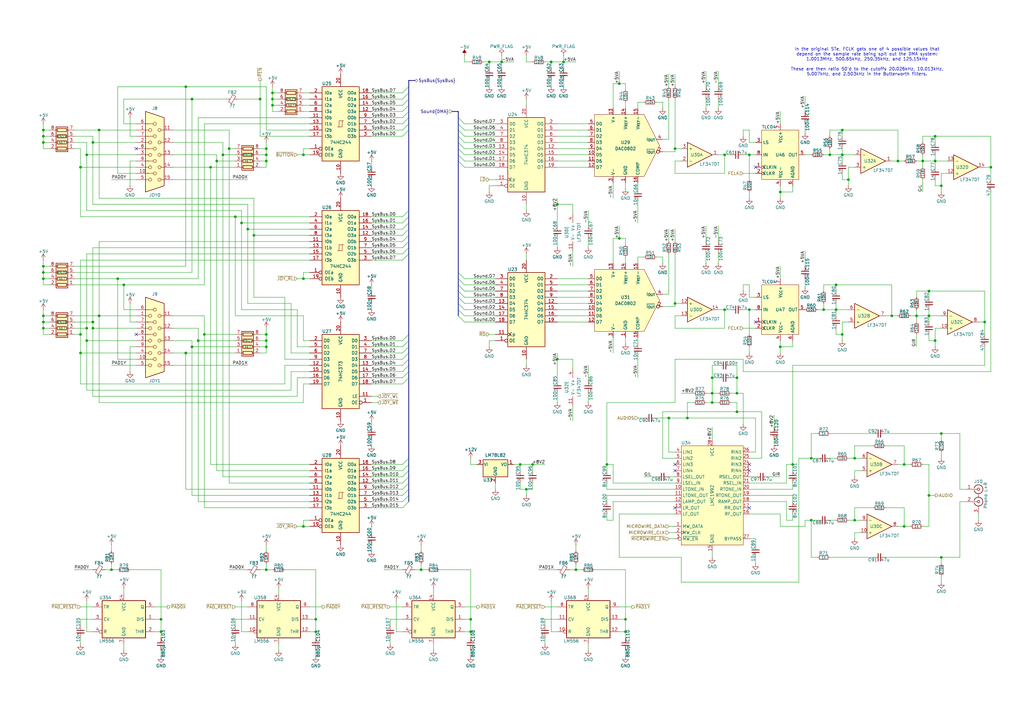
<source format=kicad_sch>
(kicad_sch (version 20250114) (generator "eeschema") (generator_version "9.0")
  (paper "A3")
  (bus_alias "DMA" (members "D[0..7]"))
  (text "In the original STe, FCLK gets one of 4 possible values that\ndepend on the sample rate being spit out the DMA system:\n1.0013MHz, 500.65kHz, 250.35kHz, and 125.15kHz\n\nThese are then ratio 50'd to the cutoffs 20.026kHz, 10.013kHz,\n5.007kHz, and 2.503kHz in the Butterworth filters." (at 355.6 25.4 0) (effects (font (size 1.27 1.27))))
  (junction (at 109.22 60.96))
  (junction (at 383.54 66.04))
  (junction (at 124.46 215.9))
  (junction (at 111.76 43.18))
  (junction (at 337.82 127))
  (junction (at 33.02 137.16))
  (junction (at 383.54 139.7))
  (junction (at 17.78 134.62))
  (junction (at 381 203.2))
  (junction (at 129.54 254))
  (junction (at 345.44 137.16))
  (junction (at 256.54 259.08))
  (junction (at 101.6 93.98))
  (junction (at 218.44 190.5))
  (junction (at 375.92 129.54))
  (junction (at 320.04 78.74))
  (junction (at 292.1 154.94))
  (junction (at 86.36 68.58))
  (junction (at 215.9 200.66))
  (junction (at 386.08 228.6))
  (junction (at 78.74 40.64))
  (junction (at 38.1 132.08))
  (junction (at 111.76 40.64))
  (junction (at 370.84 190.5))
  (junction (at 386.08 76.2))
  (junction (at 213.36 190.5))
  (junction (at 274.32 171.45))
  (junction (at 292.1 165.1))
  (junction (at 231.14 25.4))
  (junction (at 109.22 63.5))
  (junction (at 368.3 66.04))
  (junction (at 35.56 134.62))
  (junction (at 40.64 53.34))
  (junction (at 99.06 91.44))
  (junction (at 17.78 129.54))
  (junction (at 297.18 63.5))
  (junction (at 342.9 116.84))
  (junction (at 307.34 127))
  (junction (at 66.04 254))
  (junction (at 48.26 114.3))
  (junction (at 307.34 63.5))
  (junction (at 320.04 142.24))
  (junction (at 332.74 187.96))
  (junction (at 302.26 168.91))
  (junction (at 228.6 83.82))
  (junction (at 370.84 215.9))
  (junction (at 40.64 129.54))
  (junction (at 50.8 116.84))
  (junction (at 254 34.29))
  (junction (at 111.76 38.1))
  (junction (at 345.44 53.34))
  (junction (at 193.04 254))
  (junction (at 340.36 63.5))
  (junction (at 297.18 127))
  (junction (at 81.28 139.7))
  (junction (at 17.78 55.88))
  (junction (at 33.02 68.58))
  (junction (at 406.4 68.58))
  (junction (at 378.46 66.04))
  (junction (at 83.82 137.16))
  (junction (at 91.44 63.5))
  (junction (at 124.46 63.5))
  (junction (at 386.08 177.8))
  (junction (at 109.22 66.04))
  (junction (at 38.1 58.42))
  (junction (at 248.92 190.5))
  (junction (at 17.78 58.42))
  (junction (at 347.98 73.66))
  (junction (at 350.52 187.96))
  (junction (at 124.46 114.3))
  (junction (at 205.74 25.4))
  (junction (at 172.72 233.68))
  (junction (at 76.2 35.56))
  (junction (at 365.76 129.54))
  (junction (at 38.1 134.62))
  (junction (at 109.22 139.7))
  (junction (at 342.9 127))
  (junction (at 17.78 53.34))
  (junction (at 381 119.38))
  (junction (at 345.44 63.5))
  (junction (at 236.22 233.68))
  (junction (at 109.22 142.24))
  (junction (at 276.86 124.46))
  (junction (at 403.86 132.08))
  (junction (at 104.14 96.52))
  (junction (at 254 97.79))
  (junction (at 35.56 63.5))
  (junction (at 88.9 66.04))
  (junction (at 33.02 144.78))
  (junction (at 226.06 25.4))
  (junction (at 332.74 213.36))
  (junction (at 96.52 88.9))
  (junction (at 35.56 139.7))
  (junction (at 302.26 161.29))
  (junction (at 292.1 161.29))
  (junction (at 106.68 40.64))
  (junction (at 276.86 60.96))
  (junction (at 17.78 109.22))
  (junction (at 381 129.54))
  (junction (at 17.78 111.76))
  (junction (at 109.22 137.16))
  (junction (at 302.26 154.94))
  (junction (at 17.78 132.08))
  (junction (at 325.12 190.5))
  (junction (at 281.94 171.45))
  (junction (at 200.66 25.4))
  (junction (at 256.54 254))
  (junction (at 109.22 233.68))
  (junction (at 66.04 259.08))
  (junction (at 193.04 259.08))
  (junction (at 76.2 144.78))
  (junction (at 93.98 60.96))
  (junction (at 129.54 259.08))
  (junction (at 383.54 55.88))
  (junction (at 17.78 114.3))
  (junction (at 350.52 213.36))
  (junction (at 78.74 142.24))
  (junction (at 228.6 147.32))
  (junction (at 45.72 233.68))
  (no_connect (at 55.88 137.16))
  (no_connect (at 307.34 208.28))
  (no_connect (at 307.34 193.04))
  (no_connect (at 307.34 190.5))
  (no_connect (at 309.88 68.58))
  (no_connect (at 309.88 132.08))
  (no_connect (at 276.86 193.04))
  (no_connect (at 55.88 60.96))
  (no_connect (at 276.86 190.5))
  (no_connect (at 276.86 208.28))
  (bus_entry (at 167.64 193.04) (size -2.54 2.54))
  (bus_entry (at 167.64 53.34) (size -2.54 2.54))
  (bus_entry (at 167.64 35.56) (size -2.54 2.54))
  (bus_entry (at 167.64 38.1) (size -2.54 2.54))
  (bus_entry (at 167.64 104.14) (size -2.54 2.54))
  (bus_entry (at 167.64 195.58) (size -2.54 2.54))
  (bus_entry (at 167.64 187.96) (size -2.54 2.54))
  (bus_entry (at 167.64 142.24) (size -2.54 2.54))
  (bus_entry (at 187.96 119.38) (size 2.54 2.54))
  (bus_entry (at 187.96 127) (size 2.54 2.54))
  (bus_entry (at 167.64 88.9) (size -2.54 2.54))
  (bus_entry (at 187.96 60.96) (size 2.54 2.54))
  (bus_entry (at 167.64 139.7) (size -2.54 2.54))
  (bus_entry (at 187.96 124.46) (size 2.54 2.54))
  (bus_entry (at 167.64 203.2) (size -2.54 2.54))
  (bus_entry (at 187.96 55.88) (size 2.54 2.54))
  (bus_entry (at 167.64 48.26) (size -2.54 2.54))
  (bus_entry (at 167.64 40.64) (size -2.54 2.54))
  (bus_entry (at 187.96 48.26) (size 2.54 2.54))
  (bus_entry (at 187.96 111.76) (size 2.54 2.54))
  (bus_entry (at 167.64 144.78) (size -2.54 2.54))
  (bus_entry (at 167.64 190.5) (size -2.54 2.54))
  (bus_entry (at 167.64 198.12) (size -2.54 2.54))
  (bus_entry (at 187.96 116.84) (size 2.54 2.54))
  (bus_entry (at 187.96 50.8) (size 2.54 2.54))
  (bus_entry (at 167.64 91.44) (size -2.54 2.54))
  (bus_entry (at 167.64 205.74) (size -2.54 2.54))
  (bus_entry (at 167.64 152.4) (size -2.54 2.54))
  (bus_entry (at 167.64 93.98) (size -2.54 2.54))
  (bus_entry (at 167.64 200.66) (size -2.54 2.54))
  (bus_entry (at 167.64 96.52) (size -2.54 2.54))
  (bus_entry (at 167.64 149.86) (size -2.54 2.54))
  (bus_entry (at 187.96 114.3) (size 2.54 2.54))
  (bus_entry (at 187.96 58.42) (size 2.54 2.54))
  (bus_entry (at 167.64 43.18) (size -2.54 2.54))
  (bus_entry (at 167.64 137.16) (size -2.54 2.54))
  (bus_entry (at 167.64 101.6) (size -2.54 2.54))
  (bus_entry (at 187.96 63.5) (size 2.54 2.54))
  (bus_entry (at 187.96 53.34) (size 2.54 2.54))
  (bus_entry (at 167.64 154.94) (size -2.54 2.54))
  (bus_entry (at 167.64 45.72) (size -2.54 2.54))
  (bus_entry (at 167.64 99.06) (size -2.54 2.54))
  (bus_entry (at 167.64 86.36) (size -2.54 2.54))
  (bus_entry (at 167.64 147.32) (size -2.54 2.54))
  (bus_entry (at 187.96 129.54) (size 2.54 2.54))
  (bus_entry (at 187.96 66.04) (size 2.54 2.54))
  (bus_entry (at 167.64 50.8) (size -2.54 2.54))
  (bus_entry (at 187.96 121.92) (size 2.54 2.54))
  (wire (pts (xy 320.04 50.8) (xy 320.04 45.72)))
  (wire (pts (xy 276.86 40.64) (xy 276.86 60.96)))
  (wire (pts (xy 152.4 205.74) (xy 165.1 205.74)))
  (wire (pts (xy 190.5 127) (xy 203.2 127)))
  (wire (pts (xy 256.54 266.7) (xy 256.54 269.24)))
  (wire (pts (xy 307.34 142.24) (xy 307.34 144.78)))
  (wire (pts (xy 66.04 254) (xy 66.04 259.08)))
  (wire (pts (xy 335.28 228.6) (xy 332.74 228.6)))
  (wire (pts (xy 127 208.28) (xy 83.82 208.28)))
  (wire (pts (xy 38.1 55.88) (xy 30.48 55.88)))
  (wire (pts (xy 152.4 172.72) (xy 152.4 175.26)))
  (wire (pts (xy 276.86 147.32) (xy 304.8 147.32)))
  (wire (pts (xy 111.76 40.64) (xy 111.76 43.18)))
  (wire (pts (xy 264.16 195.58) (xy 269.24 195.58)))
  (wire (pts (xy 99.06 91.44) (xy 99.06 127)))
  (wire (pts (xy 99.06 91.44) (xy 127 91.44)))
  (wire (pts (xy 248.92 213.36) (xy 251.46 213.36)))
  (wire (pts (xy 251.46 190.5) (xy 251.46 198.12)))
  (wire (pts (xy 33.02 137.16) (xy 33.02 106.68)))
  (wire (pts (xy 160.02 261.62) (xy 160.02 264.16)))
  (wire (pts (xy 381 139.7) (xy 383.54 139.7)))
  (bus (pts (xy 167.64 96.52) (xy 167.64 99.06)))
  (wire (pts (xy 248.92 193.04) (xy 248.92 190.5)))
  (wire (pts (xy 200.66 33.02) (xy 200.66 35.56)))
  (wire (pts (xy 76.2 144.78) (xy 96.52 144.78)))
  (wire (pts (xy 279.4 66.04) (xy 276.86 66.04)))
  (wire (pts (xy 190.5 259.08) (xy 193.04 259.08)))
  (wire (pts (xy 63.5 254) (xy 66.04 254)))
  (wire (pts (xy 294.64 40.64) (xy 294.64 44.45)))
  (wire (pts (xy 276.86 129.54) (xy 276.86 134.62)))
  (wire (pts (xy 190.5 121.92) (xy 203.2 121.92)))
  (wire (pts (xy 241.3 241.3) (xy 241.3 243.84)))
  (wire (pts (xy 350.52 213.36) (xy 353.06 213.36)))
  (wire (pts (xy 254 97.79) (xy 256.54 97.79)))
  (wire (pts (xy 33.02 60.96) (xy 30.48 60.96)))
  (bus (pts (xy 187.96 63.5) (xy 187.96 66.04)))
  (wire (pts (xy 381 215.9) (xy 381 203.2)))
  (wire (pts (xy 38.1 134.62) (xy 38.1 162.56)))
  (wire (pts (xy 53.34 124.46) (xy 53.34 132.08)))
  (wire (pts (xy 200.66 137.16) (xy 203.2 137.16)))
  (wire (pts (xy 106.68 137.16) (xy 109.22 137.16)))
  (bus (pts (xy 167.64 147.32) (xy 167.64 149.86)))
  (wire (pts (xy 152.4 106.68) (xy 165.1 106.68)))
  (wire (pts (xy 251.46 97.79) (xy 254 97.79)))
  (wire (pts (xy 243.84 233.68) (xy 256.54 233.68)))
  (wire (pts (xy 127 213.36) (xy 124.46 213.36)))
  (wire (pts (xy 40.64 165.1) (xy 124.46 165.1)))
  (wire (pts (xy 127 190.5) (xy 86.36 190.5)))
  (wire (pts (xy 228.6 144.78) (xy 228.6 147.32)))
  (bus (pts (xy 167.64 53.34) (xy 167.64 86.36)))
  (wire (pts (xy 276.86 147.32) (xy 276.86 165.1)))
  (wire (pts (xy 248.92 203.2) (xy 248.92 205.74)))
  (wire (pts (xy 213.36 190.5) (xy 213.36 193.04)))
  (wire (pts (xy 152.4 147.32) (xy 165.1 147.32)))
  (wire (pts (xy 294.64 149.86) (xy 292.1 149.86)))
  (wire (pts (xy 152.4 40.64) (xy 165.1 40.64)))
  (wire (pts (xy 33.02 261.62) (xy 33.02 264.16)))
  (wire (pts (xy 271.78 105.41) (xy 271.78 107.95)))
  (bus (pts (xy 167.64 200.66) (xy 167.64 203.2)))
  (wire (pts (xy 307.34 53.34) (xy 307.34 58.42)))
  (wire (pts (xy 55.88 139.7) (xy 35.56 139.7)))
  (wire (pts (xy 30.48 114.3) (xy 48.26 114.3)))
  (bus (pts (xy 167.64 45.72) (xy 167.64 48.26)))
  (wire (pts (xy 228.6 124.46) (xy 241.3 124.46)))
  (wire (pts (xy 302.26 165.1) (xy 302.26 168.91)))
  (wire (pts (xy 340.36 213.36) (xy 342.9 213.36)))
  (wire (pts (xy 109.22 66.04) (xy 109.22 68.58)))
  (wire (pts (xy 292.1 154.94) (xy 294.64 154.94)))
  (bus (pts (xy 187.96 45.72) (xy 187.96 48.26)))
  (wire (pts (xy 350.52 220.98) (xy 350.52 218.44)))
  (wire (pts (xy 33.02 88.9) (xy 96.52 88.9)))
  (wire (pts (xy 116.84 157.48) (xy 116.84 149.86)))
  (wire (pts (xy 330.2 102.87) (xy 330.2 109.22)))
  (wire (pts (xy 307.34 187.96) (xy 312.42 187.96)))
  (wire (pts (xy 71.12 144.78) (xy 76.2 144.78)))
  (wire (pts (xy 292.1 180.34) (xy 292.1 175.26)))
  (wire (pts (xy 109.22 58.42) (xy 109.22 60.96)))
  (wire (pts (xy 121.92 127) (xy 121.92 142.24)))
  (wire (pts (xy 40.64 129.54) (xy 40.64 99.06)))
  (wire (pts (xy 48.26 147.32) (xy 55.88 147.32)))
  (wire (pts (xy 76.2 109.22) (xy 30.48 109.22)))
  (wire (pts (xy 55.88 50.8) (xy 50.8 50.8)))
  (wire (pts (xy 386.08 236.22) (xy 386.08 238.76)))
  (wire (pts (xy 228.6 83.82) (xy 228.6 92.71)))
  (wire (pts (xy 375.92 137.16) (xy 375.92 142.24)))
  (wire (pts (xy 38.1 132.08) (xy 30.48 132.08)))
  (bus (pts (xy 167.64 50.8) (xy 167.64 53.34)))
  (wire (pts (xy 66.04 266.7) (xy 66.04 269.24)))
  (wire (pts (xy 254 34.29) (xy 254 29.21)))
  (wire (pts (xy 38.1 101.6) (xy 127 101.6)))
  (wire (pts (xy 337.82 127) (xy 342.9 127)))
  (wire (pts (xy 274.32 195.58) (xy 276.86 195.58)))
  (wire (pts (xy 152.4 91.44) (xy 165.1 91.44)))
  (wire (pts (xy 190.5 66.04) (xy 203.2 66.04)))
  (wire (pts (xy 403.86 119.38) (xy 381 119.38)))
  (wire (pts (xy 152.4 99.06) (xy 165.1 99.06)))
  (wire (pts (xy 289.56 165.1) (xy 292.1 165.1)))
  (wire (pts (xy 365.76 116.84) (xy 365.76 129.54)))
  (wire (pts (xy 368.3 53.34) (xy 368.3 66.04)))
  (wire (pts (xy 223.52 256.54) (xy 223.52 254)))
  (wire (pts (xy 124.46 213.36) (xy 124.46 215.9)))
  (wire (pts (xy 33.02 144.78) (xy 33.02 157.48)))
  (bus (pts (xy 187.96 48.26) (xy 187.96 50.8)))
  (wire (pts (xy 307.34 63.5) (xy 309.88 63.5)))
  (wire (pts (xy 228.6 60.96) (xy 241.3 60.96)))
  (wire (pts (xy 124.46 215.9) (xy 127 215.9)))
  (wire (pts (xy 83.82 137.16) (xy 96.52 137.16)))
  (wire (pts (xy 345.44 60.96) (xy 345.44 63.5)))
  (wire (pts (xy 332.74 177.8) (xy 332.74 187.96)))
  (wire (pts (xy 55.88 63.5) (xy 35.56 63.5)))
  (bus (pts (xy 187.96 53.34) (xy 187.96 55.88)))
  (wire (pts (xy 152.4 104.14) (xy 165.1 104.14)))
  (wire (pts (xy 236.22 233.68) (xy 238.76 233.68)))
  (wire (pts (xy 312.42 187.96) (xy 312.42 168.91)))
  (wire (pts (xy 172.72 223.52) (xy 172.72 226.06)))
  (wire (pts (xy 129.54 266.7) (xy 129.54 269.24)))
  (wire (pts (xy 314.96 195.58) (xy 320.04 195.58)))
  (wire (pts (xy 190.5 129.54) (xy 203.2 129.54)))
  (wire (pts (xy 106.68 233.68) (xy 109.22 233.68)))
  (wire (pts (xy 228.6 132.08) (xy 241.3 132.08)))
  (wire (pts (xy 320.04 210.82) (xy 320.04 215.9)))
  (wire (pts (xy 71.12 73.66) (xy 101.6 73.66)))
  (wire (pts (xy 215.9 22.86) (xy 215.9 25.4)))
  (wire (pts (xy 279.4 129.54) (xy 276.86 129.54)))
  (wire (pts (xy 17.78 129.54) (xy 17.78 132.08)))
  (wire (pts (xy 368.3 53.34) (xy 345.44 53.34)))
  (wire (pts (xy 78.74 142.24) (xy 96.52 142.24)))
  (wire (pts (xy 71.12 53.34) (xy 93.98 53.34)))
  (wire (pts (xy 350.52 213.36) (xy 347.98 213.36)))
  (wire (pts (xy 81.28 205.74) (xy 81.28 139.7)))
  (wire (pts (xy 345.44 71.12) (xy 345.44 73.66)))
  (bus (pts (xy 167.64 154.94) (xy 167.64 187.96)))
  (wire (pts (xy 127 254) (xy 129.54 254)))
  (wire (pts (xy 55.88 134.62) (xy 38.1 134.62)))
  (wire (pts (xy 48.26 35.56) (xy 76.2 35.56)))
  (wire (pts (xy 213.36 190.5) (xy 218.44 190.5)))
  (wire (pts (xy 53.34 233.68) (xy 66.04 233.68)))
  (wire (pts (xy 114.3 264.16) (xy 114.3 266.7)))
  (wire (pts (xy 309.88 171.45) (xy 309.88 185.42)))
  (wire (pts (xy 109.22 35.56) (xy 109.22 53.34)))
  (wire (pts (xy 325.12 78.74) (xy 320.04 78.74)))
  (wire (pts (xy 215.9 104.14) (xy 215.9 106.68)))
  (wire (pts (xy 106.68 66.04) (xy 109.22 66.04)))
  (wire (pts (xy 228.6 63.5) (xy 241.3 63.5)))
  (wire (pts (xy 393.7 205.74) (xy 396.24 205.74)))
  (wire (pts (xy 228.6 55.88) (xy 241.3 55.88)))
  (wire (pts (xy 378.46 66.04) (xy 378.46 63.5)))
  (wire (pts (xy 332.74 213.36) (xy 330.2 213.36)))
  (wire (pts (xy 307.34 121.92) (xy 309.88 121.92)))
  (wire (pts (xy 109.22 134.62) (xy 109.22 137.16)))
  (wire (pts (xy 383.54 142.24) (xy 383.54 139.7)))
  (wire (pts (xy 350.52 218.44) (xy 353.06 218.44)))
  (wire (pts (xy 276.86 124.46) (xy 279.4 124.46)))
  (wire (pts (xy 320.04 215.9) (xy 330.2 215.9)))
  (wire (pts (xy 124.46 157.48) (xy 127 157.48)))
  (wire (pts (xy 190.5 60.96) (xy 203.2 60.96)))
  (wire (pts (xy 78.74 40.64) (xy 78.74 111.76)))
  (wire (pts (xy 35.56 86.36) (xy 99.06 86.36)))
  (wire (pts (xy 50.8 264.16) (xy 50.8 266.7)))
  (wire (pts (xy 254 210.82) (xy 254 228.6)))
  (wire (pts (xy 17.78 111.76) (xy 17.78 114.3)))
  (wire (pts (xy 71.12 129.54) (xy 83.82 129.54)))
  (wire (pts (xy 83.82 129.54) (xy 83.82 137.16)))
  (wire (pts (xy 325.12 190.5) (xy 325.12 149.86)))
  (wire (pts (xy 251.46 205.74) (xy 276.86 205.74)))
  (wire (pts (xy 38.1 134.62) (xy 38.1 132.08)))
  (wire (pts (xy 294.64 92.71) (xy 294.64 99.06)))
  (wire (pts (xy 256.54 105.41) (xy 256.54 107.95)))
  (wire (pts (xy 403.86 137.16) (xy 403.86 132.08)))
  (wire (pts (xy 129.54 233.68) (xy 129.54 254)))
  (wire (pts (xy 119.38 124.46) (xy 119.38 144.78)))
  (wire (pts (xy 297.18 63.5) (xy 294.64 63.5)))
  (wire (pts (xy 403.86 119.38) (xy 403.86 132.08)))
  (wire (pts (xy 127 200.66) (xy 76.2 200.66)))
  (wire (pts (xy 152.4 144.78) (xy 165.1 144.78)))
  (wire (pts (xy 226.06 259.08) (xy 228.6 259.08)))
  (wire (pts (xy 101.6 83.82) (xy 101.6 93.98)))
  (wire (pts (xy 121.92 142.24) (xy 127 142.24)))
  (wire (pts (xy 109.22 223.52) (xy 109.22 226.06)))
  (wire (pts (xy 386.08 78.74) (xy 386.08 76.2)))
  (wire (pts (xy 200.66 25.4) (xy 205.74 25.4)))
  (wire (pts (xy 152.4 193.04) (xy 165.1 193.04)))
  (wire (pts (xy 317.5 180.34) (xy 317.5 182.88)))
  (wire (pts (xy 109.22 68.58) (xy 106.68 68.58)))
  (wire (pts (xy 53.34 55.88) (xy 55.88 55.88)))
  (wire (pts (xy 304.8 147.32) (xy 304.8 152.4)))
  (wire (pts (xy 276.86 62.23) (xy 276.86 60.96)))
  (wire (pts (xy 45.72 231.14) (xy 45.72 233.68)))
  (wire (pts (xy 152.4 53.34) (xy 165.1 53.34)))
  (wire (pts (xy 190.5 124.46) (xy 203.2 124.46)))
  (wire (pts (xy 43.18 233.68) (xy 45.72 233.68)))
  (wire (pts (xy 307.34 58.42) (xy 309.88 58.42)))
  (wire (pts (xy 104.14 96.52) (xy 127 96.52)))
  (wire (pts (xy 345.44 132.08) (xy 347.98 132.08)))
  (wire (pts (xy 99.06 86.36) (xy 99.06 91.44)))
  (wire (pts (xy 276.86 104.14) (xy 276.86 124.46)))
  (bus (pts (xy 167.64 152.4) (xy 167.64 154.94)))
  (wire (pts (xy 228.6 127) (xy 241.3 127)))
  (wire (pts (xy 307.34 203.2) (xy 325.12 203.2)))
  (wire (pts (xy 276.86 71.12) (xy 297.18 71.12)))
  (wire (pts (xy 17.78 53.34) (xy 20.32 53.34)))
  (wire (pts (xy 304.8 173.99) (xy 304.8 161.29)))
  (wire (pts (xy 63.5 248.92) (xy 68.58 248.92)))
  (bus (pts (xy 167.64 86.36) (xy 167.64 88.9)))
  (wire (pts (xy 109.22 231.14) (xy 109.22 233.68)))
  (wire (pts (xy 129.54 259.08) (xy 129.54 261.62)))
  (bus (pts (xy 185.42 45.72) (xy 187.96 45.72)))
  (wire (pts (xy 365.76 66.04) (xy 368.3 66.04)))
  (wire (pts (xy 76.2 35.56) (xy 76.2 109.22)))
  (wire (pts (xy 274.32 120.65) (xy 271.78 120.65)))
  (wire (pts (xy 99.06 246.38) (xy 99.06 259.08)))
  (wire (pts (xy 152.4 190.5) (xy 165.1 190.5)))
  (wire (pts (xy 274.32 40.64) (xy 274.32 57.15)))
  (wire (pts (xy 121.92 63.5) (xy 124.46 63.5)))
  (wire (pts (xy 289.56 29.21) (xy 289.56 35.56)))
  (wire (pts (xy 190.5 50.8) (xy 203.2 50.8)))
  (wire (pts (xy 378.46 190.5) (xy 381 190.5)))
  (wire (pts (xy 127 60.96) (xy 124.46 60.96)))
  (wire (pts (xy 289.56 40.64) (xy 289.56 44.45)))
  (wire (pts (xy 193.04 259.08) (xy 193.04 261.62)))
  (wire (pts (xy 248.92 190.5) (xy 251.46 190.5)))
  (wire (pts (xy 304.8 71.12) (xy 309.88 71.12)))
  (wire (pts (xy 127 259.08) (xy 129.54 259.08)))
  (wire (pts (xy 205.74 25.4) (xy 205.74 27.94)))
  (wire (pts (xy 350.52 193.04) (xy 353.06 193.04)))
  (wire (pts (xy 215.9 83.82) (xy 215.9 86.36)))
  (wire (pts (xy 350.52 187.96) (xy 353.06 187.96)))
  (wire (pts (xy 228.6 53.34) (xy 241.3 53.34)))
  (wire (pts (xy 309.88 228.6) (xy 309.88 231.14)))
  (wire (pts (xy 261.62 138.43) (xy 261.62 140.97)))
  (wire (pts (xy 345.44 139.7) (xy 345.44 137.16)))
  (wire (pts (xy 127 111.76) (xy 124.46 111.76)))
  (wire (pts (xy 152.4 96.52) (xy 165.1 96.52)))
  (bus (pts (xy 167.64 33.02) (xy 170.18 33.02)))
  (bus (pts (xy 167.64 203.2) (xy 167.64 205.74)))
  (wire (pts (xy 152.4 149.86) (xy 165.1 149.86)))
  (wire (pts (xy 307.34 198.12) (xy 322.58 198.12)))
  (wire (pts (xy 289.56 92.71) (xy 289.56 99.06)))
  (wire (pts (xy 160.02 256.54) (xy 160.02 254)))
  (bus (pts (xy 167.64 33.02) (xy 167.64 35.56)))
  (wire (pts (xy 378.46 55.88) (xy 383.54 55.88)))
  (wire (pts (xy 106.68 40.64) (xy 106.68 55.88)))
  (wire (pts (xy 234.95 147.32) (xy 234.95 151.13)))
  (wire (pts (xy 109.22 144.78) (xy 106.68 144.78)))
  (wire (pts (xy 345.44 63.5) (xy 345.44 66.04)))
  (wire (pts (xy 17.78 109.22) (xy 20.32 109.22)))
  (wire (pts (xy 99.06 259.08) (xy 101.6 259.08)))
  (bus (pts (xy 187.96 114.3) (xy 187.96 116.84)))
  (wire (pts (xy 276.86 125.73) (xy 276.86 124.46)))
  (wire (pts (xy 297.18 127) (xy 294.64 127)))
  (wire (pts (xy 370.84 182.88) (xy 370.84 190.5)))
  (wire (pts (xy 226.06 25.4) (xy 226.06 27.94)))
  (wire (pts (xy 190.5 63.5) (xy 203.2 63.5)))
  (wire (pts (xy 365.76 116.84) (xy 342.9 116.84)))
  (wire (pts (xy 276.86 165.1) (xy 248.92 165.1)))
  (wire (pts (xy 205.74 33.02) (xy 205.74 35.56)))
  (wire (pts (xy 332.74 187.96) (xy 335.28 187.96)))
  (wire (pts (xy 294.64 165.1) (xy 292.1 165.1)))
  (wire (pts (xy 218.44 190.5) (xy 223.52 190.5)))
  (wire (pts (xy 279.4 238.76) (xy 327.66 238.76)))
  (wire (pts (xy 121.92 154.94) (xy 127 154.94)))
  (wire (pts (xy 292.1 154.94) (xy 292.1 161.29)))
  (wire (pts (xy 127 203.2) (xy 78.74 203.2)))
  (wire (pts (xy 152.4 195.58) (xy 165.1 195.58)))
  (wire (pts (xy 35.56 134.62) (xy 30.48 134.62)))
  (wire (pts (xy 330.2 50.8) (xy 330.2 54.61)))
  (wire (pts (xy 121.92 114.3) (xy 124.46 114.3)))
  (wire (pts (xy 215.9 25.4) (xy 218.44 25.4)))
  (wire (pts (xy 386.08 177.8) (xy 393.7 177.8)))
  (wire (pts (xy 297.18 127) (xy 299.72 127)))
  (wire (pts (xy 406.4 78.74) (xy 406.4 152.4)))
  (wire (pts (xy 302.26 149.86) (xy 302.26 154.94)))
  (wire (pts (xy 401.32 210.82) (xy 401.32 213.36)))
  (wire (pts (xy 251.46 74.93) (xy 251.46 81.28)))
  (wire (pts (xy 256.54 34.29) (xy 256.54 36.83)))
  (wire (pts (xy 340.36 63.5) (xy 345.44 63.5)))
  (wire (pts (xy 55.88 68.58) (xy 33.02 68.58)))
  (wire (pts (xy 17.78 132.08) (xy 17.78 134.62)))
  (wire (pts (xy 256.54 233.68) (xy 256.54 254)))
  (wire (pts (xy 347.98 76.2) (xy 347.98 73.66)))
  (wire (pts (xy 406.4 55.88) (xy 406.4 68.58)))
  (wire (pts (xy 228.6 66.04) (xy 241.3 66.04)))
  (bus (pts (xy 167.64 195.58) (xy 167.64 198.12)))
  (wire (pts (xy 127 195.58) (xy 91.44 195.58)))
  (wire (pts (xy 325.12 210.82) (xy 325.12 213.36)))
  (wire (pts (xy 215.9 40.64) (xy 215.9 43.18)))
  (wire (pts (xy 304.8 152.4) (xy 406.4 152.4)))
  (wire (pts (xy 304.8 55.88) (xy 304.8 53.34)))
  (wire (pts (xy 33.02 68.58) (xy 33.02 88.9)))
  (wire (pts (xy 325.12 149.86) (xy 403.86 149.86)))
  (wire (pts (xy 116.84 147.32) (xy 127 147.32)))
  (wire (pts (xy 71.12 58.42) (xy 91.44 58.42)))
  (wire (pts (xy 231.14 33.02) (xy 231.14 35.56)))
  (wire (pts (xy 289.56 161.29) (xy 292.1 161.29)))
  (wire (pts (xy 96.52 254) (xy 101.6 254)))
  (wire (pts (xy 17.78 114.3) (xy 20.32 114.3)))
  (bus (pts (xy 167.64 35.56) (xy 167.64 38.1)))
  (wire (pts (xy 350.52 195.58) (xy 350.52 193.04)))
  (wire (pts (xy 190.5 248.92) (xy 195.58 248.92)))
  (wire (pts (xy 325.12 193.04) (xy 325.12 190.5)))
  (wire (pts (xy 162.56 259.08) (xy 165.1 259.08)))
  (wire (pts (xy 99.06 127) (xy 121.92 127)))
  (wire (pts (xy 248.92 200.66) (xy 248.92 198.12)))
  (bus (pts (xy 167.64 144.78) (xy 167.64 147.32)))
  (wire (pts (xy 152.4 223.52) (xy 152.4 226.06)))
  (wire (pts (xy 17.78 60.96) (xy 20.32 60.96)))
  (wire (pts (xy 35.56 139.7) (xy 35.56 134.62)))
  (wire (pts (xy 386.08 76.2) (xy 386.08 71.12)))
  (wire (pts (xy 261.62 105.41) (xy 264.16 105.41)))
  (wire (pts (xy 228.6 119.38) (xy 241.3 119.38)))
  (wire (pts (xy 104.14 121.92) (xy 116.84 121.92)))
  (wire (pts (xy 251.46 198.12) (xy 276.86 198.12)))
  (wire (pts (xy 307.34 63.5) (xy 307.34 73.66)))
  (wire (pts (xy 193.04 266.7) (xy 193.04 269.24)))
  (wire (pts (xy 226.06 33.02) (xy 226.06 35.56)))
  (wire (pts (xy 254 97.79) (xy 254 92.71)))
  (wire (pts (xy 241.3 264.16) (xy 241.3 266.7)))
  (wire (pts (xy 373.38 129.54) (xy 375.92 129.54)))
  (wire (pts (xy 236.22 231.14) (xy 236.22 233.68)))
  (wire (pts (xy 152.4 116.84) (xy 152.4 119.38)))
  (wire (pts (xy 190.5 114.3) (xy 203.2 114.3)))
  (wire (pts (xy 370.84 190.5) (xy 373.38 190.5)))
  (wire (pts (xy 223.52 261.62) (xy 223.52 264.16)))
  (wire (pts (xy 375.92 132.08) (xy 375.92 129.54)))
  (wire (pts (xy 33.02 256.54) (xy 33.02 254)))
  (wire (pts (xy 383.54 73.66) (xy 383.54 76.2)))
  (wire (pts (xy 375.92 129.54) (xy 375.92 127)))
  (wire (pts (xy 223.52 248.92) (xy 228.6 248.92)))
  (wire (pts (xy 38.1 58.42) (xy 38.1 55.88)))
  (wire (pts (xy 109.22 142.24) (xy 109.22 144.78)))
  (wire (pts (xy 190.5 68.58) (xy 203.2 68.58)))
  (wire (pts (xy 124.46 40.64) (xy 127 40.64)))
  (wire (pts (xy 83.82 50.8) (xy 83.82 116.84)))
  (bus (pts (xy 167.64 187.96) (xy 167.64 190.5)))
  (wire (pts (xy 55.88 58.42) (xy 38.1 58.42)))
  (wire (pts (xy 53.34 132.08) (xy 55.88 132.08)))
  (wire (pts (xy 55.88 144.78) (xy 33.02 144.78)))
  (wire (pts (xy 279.4 228.6) (xy 279.4 238.76)))
  (wire (pts (xy 254 254) (xy 256.54 254)))
  (wire (pts (xy 322.58 213.36) (xy 322.58 205.74)))
  (wire (pts (xy 304.8 116.84) (xy 307.34 116.84)))
  (wire (pts (xy 256.54 97.79) (xy 256.54 100.33)))
  (wire (pts (xy 33.02 144.78) (xy 33.02 137.16)))
  (wire (pts (xy 340.36 177.8) (xy 358.14 177.8)))
  (wire (pts (xy 299.72 154.94) (xy 302.26 154.94)))
  (wire (pts (xy 78.74 139.7) (xy 78.74 142.24)))
  (wire (pts (xy 320.04 78.74) (xy 320.04 81.28)))
  (wire (pts (xy 213.36 200.66) (xy 215.9 200.66)))
  (wire (pts (xy 45.72 223.52) (xy 45.72 226.06)))
  (wire (pts (xy 160.02 248.92) (xy 165.1 248.92)))
  (wire (pts (xy 35.56 139.7) (xy 35.56 160.02)))
  (wire (pts (xy 83.82 208.28) (xy 83.82 137.16)))
  (wire (pts (xy 309.88 185.42) (xy 307.34 185.42)))
  (wire (pts (xy 251.46 107.95) (xy 251.46 97.79)))
  (wire (pts (xy 200.66 76.2) (xy 203.2 76.2)))
  (wire (pts (xy 152.4 208.28) (xy 165.1 208.28)))
  (wire (pts (xy 386.08 71.12) (xy 388.62 71.12)))
  (wire (pts (xy 381 127) (xy 381 129.54)))
  (wire (pts (xy 66.04 259.08) (xy 66.04 261.62)))
  (wire (pts (xy 111.76 38.1) (xy 111.76 40.64)))
  (wire (pts (xy 276.86 200.66) (xy 248.92 200.66)))
  (wire (pts (xy 88.9 63.5) (xy 71.12 63.5)))
  (wire (pts (xy 177.8 241.3) (xy 177.8 243.84)))
  (wire (pts (xy 48.26 71.12) (xy 48.26 35.56)))
  (bus (pts (xy 167.64 48.26) (xy 167.64 50.8)))
  (wire (pts (xy 370.84 215.9) (xy 368.3 215.9)))
  (wire (pts (xy 254 248.92) (xy 259.08 248.92)))
  (wire (pts (xy 276.86 99.06) (xy 276.86 93.98)))
  (wire (pts (xy 330.2 39.37) (xy 330.2 45.72)))
  (wire (pts (xy 93.98 198.12) (xy 93.98 60.96)))
  (wire (pts (xy 215.9 147.32) (xy 215.9 149.86)))
  (bus (pts (xy 167.64 43.18) (xy 167.64 45.72)))
  (wire (pts (xy 152.4 45.72) (xy 165.1 45.72)))
  (bus (pts (xy 167.64 149.86) (xy 167.64 152.4)))
  (wire (pts (xy 345.44 53.34) (xy 345.44 55.88)))
  (wire (pts (xy 38.1 162.56) (xy 121.92 162.56)))
  (wire (pts (xy 106.68 63.5) (xy 109.22 63.5)))
  (wire (pts (xy 274.32 220.98) (xy 276.86 220.98)))
  (wire (pts (xy 347.98 73.66) (xy 347.98 68.58)))
  (wire (pts (xy 292.1 226.06) (xy 292.1 228.6)))
  (wire (pts (xy 193.04 233.68) (xy 193.04 254)))
  (wire (pts (xy 50.8 241.3) (xy 50.8 243.84)))
  (wire (pts (xy 193.04 187.96) (xy 193.04 190.5)))
  (wire (pts (xy 190.5 55.88) (xy 203.2 55.88)))
  (wire (pts (xy 38.1 58.42) (xy 38.1 83.82)))
  (wire (pts (xy 307.34 210.82) (xy 320.04 210.82)))
  (wire (pts (xy 129.54 254) (xy 129.54 259.08)))
  (wire (pts (xy 17.78 134.62) (xy 17.78 137.16)))
  (bus (pts (xy 187.96 55.88) (xy 187.96 58.42)))
  (bus (pts (xy 167.64 139.7) (xy 167.64 142.24)))
  (wire (pts (xy 101.6 93.98) (xy 127 93.98)))
  (wire (pts (xy 302.26 168.91) (xy 312.42 168.91)))
  (wire (pts (xy 152.4 66.04) (xy 152.4 68.58)))
  (wire (pts (xy 320.04 142.24) (xy 320.04 144.78)))
  (wire (pts (xy 152.4 203.2) (xy 165.1 203.2)))
  (wire (pts (xy 358.14 208.28) (xy 350.52 208.28)))
  (wire (pts (xy 152.4 38.1) (xy 165.1 38.1)))
  (wire (pts (xy 228.6 121.92) (xy 241.3 121.92)))
  (wire (pts (xy 228.6 58.42) (xy 241.3 58.42)))
  (wire (pts (xy 271.78 62.23) (xy 276.86 62.23)))
  (wire (pts (xy 335.28 127) (xy 337.82 127)))
  (wire (pts (xy 50.8 40.64) (xy 78.74 40.64)))
  (wire (pts (xy 88.9 193.04) (xy 88.9 66.04)))
  (wire (pts (xy 40.64 53.34) (xy 40.64 81.28)))
  (wire (pts (xy 35.56 160.02) (xy 119.38 160.02)))
  (bus (pts (xy 187.96 124.46) (xy 187.96 127)))
  (wire (pts (xy 17.78 116.84) (xy 20.32 116.84)))
  (wire (pts (xy 363.22 177.8) (xy 386.08 177.8)))
  (wire (pts (xy 96.52 88.9) (xy 127 88.9)))
  (wire (pts (xy 35.56 58.42) (xy 30.48 58.42)))
  (wire (pts (xy 375.92 66.04) (xy 378.46 66.04)))
  (wire (pts (xy 325.12 213.36) (xy 322.58 213.36)))
  (wire (pts (xy 327.66 238.76) (xy 327.66 187.96)))
  (wire (pts (xy 274.32 104.14) (xy 274.32 120.65)))
  (bus (pts (xy 167.64 38.1) (xy 167.64 40.64)))
  (wire (pts (xy 342.9 127) (xy 347.98 127)))
  (wire (pts (xy 35.56 63.5) (xy 35.56 58.42)))
  (wire (pts (xy 215.9 200.66) (xy 215.9 203.2)))
  (wire (pts (xy 234.95 166.37) (xy 234.95 172.72)))
  (wire (pts (xy 325.12 190.5) (xy 322.58 190.5)))
  (wire (pts (xy 251.46 138.43) (xy 251.46 144.78)))
  (wire (pts (xy 218.44 190.5) (xy 218.44 193.04)))
  (wire (pts (xy 228.6 114.3) (xy 241.3 114.3)))
  (wire (pts (xy 124.46 111.76) (xy 124.46 114.3)))
  (wire (pts (xy 50.8 116.84) (xy 50.8 127)))
  (wire (pts (xy 325.12 76.2) (xy 325.12 78.74)))
  (bus (pts (xy 187.96 116.84) (xy 187.96 119.38)))
  (wire (pts (xy 363.22 182.88) (xy 370.84 182.88)))
  (wire (pts (xy 190.5 25.4) (xy 193.04 25.4)))
  (wire (pts (xy 17.78 55.88) (xy 17.78 58.42)))
  (wire (pts (xy 375.92 119.38) (xy 381 119.38)))
  (wire (pts (xy 381 129.54) (xy 381 132.08)))
  (wire (pts (xy 350.52 182.88) (xy 350.52 187.96)))
  (wire (pts (xy 378.46 66.04) (xy 383.54 66.04)))
  (wire (pts (xy 76.2 35.56) (xy 109.22 35.56)))
  (wire (pts (xy 109.22 137.16) (xy 109.22 139.7)))
  (wire (pts (xy 297.18 71.12) (xy 297.18 63.5)))
  (wire (pts (xy 35.56 104.14) (xy 127 104.14)))
  (wire (pts (xy 152.4 165.1) (xy 154.94 165.1)))
  (bus (pts (xy 167.64 142.24) (xy 167.64 144.78)))
  (bus (pts (xy 167.64 193.04) (xy 167.64 195.58)))
  (wire (pts (xy 124.46 45.72) (xy 127 45.72)))
  (wire (pts (xy 71.12 149.86) (xy 101.6 149.86)))
  (wire (pts (xy 152.4 48.26) (xy 165.1 48.26)))
  (wire (pts (xy 375.92 121.92) (xy 375.92 119.38)))
  (wire (pts (xy 210.82 190.5) (xy 213.36 190.5)))
  (wire (pts (xy 350.52 208.28) (xy 350.52 213.36)))
  (wire (pts (xy 91.44 195.58) (xy 91.44 63.5)))
  (wire (pts (xy 71.12 139.7) (xy 78.74 139.7)))
  (wire (pts (xy 231.14 22.86) (xy 231.14 25.4)))
  (bus (pts (xy 167.64 137.16) (xy 167.64 139.7)))
  (wire (pts (xy 274.32 99.06) (xy 274.32 93.98)))
  (wire (pts (xy 162.56 246.38) (xy 162.56 259.08)))
  (wire (pts (xy 190.5 119.38) (xy 203.2 119.38)))
  (wire (pts (xy 124.46 165.1) (xy 124.46 157.48)))
  (wire (pts (xy 345.44 137.16) (xy 345.44 132.08)))
  (wire (pts (xy 251.46 213.36) (xy 251.46 205.74)))
  (wire (pts (xy 119.38 152.4) (xy 127 152.4)))
  (wire (pts (xy 152.4 162.56) (xy 154.94 162.56)))
  (wire (pts (xy 35.56 246.38) (xy 35.56 259.08)))
  (wire (pts (xy 93.98 233.68) (xy 101.6 233.68)))
  (wire (pts (xy 307.34 127) (xy 309.88 127)))
  (wire (pts (xy 378.46 58.42) (xy 378.46 55.88)))
  (bus (pts (xy 167.64 91.44) (xy 167.64 93.98)))
  (wire (pts (xy 228.6 147.32) (xy 234.95 147.32)))
  (wire (pts (xy 228.6 83.82) (xy 234.95 83.82)))
  (wire (pts (xy 127 48.26) (xy 81.28 48.26)))
  (wire (pts (xy 193.04 190.5) (xy 195.58 190.5)))
  (wire (pts (xy 261.62 171.45) (xy 264.16 171.45)))
  (wire (pts (xy 124.46 43.18) (xy 127 43.18)))
  (wire (pts (xy 406.4 73.66) (xy 406.4 68.58)))
  (wire (pts (xy 340.36 53.34) (xy 345.44 53.34)))
  (wire (pts (xy 269.24 41.91) (xy 271.78 41.91)))
  (wire (pts (xy 241.3 86.36) (xy 241.3 92.71)))
  (wire (pts (xy 55.88 71.12) (xy 48.26 71.12)))
  (wire (pts (xy 96.52 129.54) (xy 124.46 129.54)))
  (wire (pts (xy 231.14 25.4) (xy 236.22 25.4)))
  (wire (pts (xy 276.86 35.56) (xy 276.86 30.48)))
  (wire (pts (xy 91.44 63.5) (xy 96.52 63.5)))
  (wire (pts (xy 248.92 165.1) (xy 248.92 190.5)))
  (wire (pts (xy 320.04 76.2) (xy 320.04 78.74)))
  (wire (pts (xy 17.78 53.34) (xy 17.78 55.88)))
  (wire (pts (xy 325.12 203.2) (xy 325.12 205.74)))
  (wire (pts (xy 330.2 114.3) (xy 330.2 118.11)))
  (wire (pts (xy 233.68 233.68) (xy 236.22 233.68)))
  (wire (pts (xy 302.26 161.29) (xy 299.72 161.29)))
  (wire (pts (xy 375.92 129.54) (xy 381 129.54)))
  (wire (pts (xy 228.6 116.84) (xy 241.3 116.84)))
  (wire (pts (xy 200.66 25.4) (xy 200.66 27.94)))
  (wire (pts (xy 177.8 264.16) (xy 177.8 266.7)))
  (wire (pts (xy 218.44 200.66) (xy 215.9 200.66)))
  (wire (pts (xy 53.34 142.24) (xy 55.88 142.24)))
  (wire (pts (xy 17.78 134.62) (xy 20.32 134.62)))
  (wire (pts (xy 363.22 208.28) (xy 370.84 208.28)))
  (wire (pts (xy 289.56 104.14) (xy 289.56 107.95)))
  (wire (pts (xy 406.4 55.88) (xy 383.54 55.88)))
  (wire (pts (xy 205.74 22.86) (xy 205.74 25.4)))
  (wire (pts (xy 304.8 127) (xy 307.34 127)))
  (wire (pts (xy 111.76 45.72) (xy 114.3 45.72)))
  (wire (pts (xy 81.28 139.7) (xy 96.52 139.7)))
  (wire (pts (xy 254 34.29) (xy 256.54 34.29)))
  (wire (pts (xy 104.14 96.52) (xy 104.14 121.92)))
  (wire (pts (xy 17.78 127) (xy 17.78 129.54)))
  (bus (pts (xy 187.96 66.04) (xy 187.96 111.76)))
  (wire (pts (xy 228.6 147.32) (xy 228.6 156.21)))
  (wire (pts (xy 304.8 134.62) (xy 309.88 134.62)))
  (bus (pts (xy 167.64 88.9) (xy 167.64 91.44)))
  (wire (pts (xy 256.54 41.91) (xy 256.54 44.45)))
  (wire (pts (xy 256.54 138.43) (xy 256.54 140.97)))
  (wire (pts (xy 261.62 107.95) (xy 261.62 105.41)))
  (wire (pts (xy 281.94 171.45) (xy 309.88 171.45)))
  (wire (pts (xy 304.8 63.5) (xy 307.34 63.5)))
  (wire (pts (xy 363.22 129.54) (xy 365.76 129.54)))
  (wire (pts (xy 97.79 40.64) (xy 106.68 40.64)))
  (wire (pts (xy 276.86 203.2) (xy 248.92 203.2)))
  (wire (pts (xy 86.36 190.5) (xy 86.36 68.58)))
  (wire (pts (xy 152.4 101.6) (xy 165.1 101.6)))
  (wire (pts (xy 337.82 63.5) (xy 340.36 63.5)))
  (wire (pts (xy 152.4 200.66) (xy 165.1 200.66)))
  (wire (pts (xy 228.6 161.29) (xy 228.6 165.1)))
  (wire (pts (xy 337.82 116.84) (xy 342.9 116.84)))
  (wire (pts (xy 241.3 97.79) (xy 241.3 101.6)))
  (wire (pts (xy 152.4 50.8) (xy 165.1 50.8)))
  (wire (pts (xy 33.02 106.68) (xy 127 106.68)))
  (wire (pts (xy 340.36 228.6) (xy 358.14 228.6)))
  (wire (pts (xy 228.6 50.8) (xy 241.3 50.8)))
  (wire (pts (xy 292.1 161.29) (xy 294.64 161.29)))
  (wire (pts (xy 213.36 198.12) (xy 213.36 200.66)))
  (wire (pts (xy 190.5 254) (xy 193.04 254)))
  (wire (pts (xy 256.54 74.93) (xy 256.54 77.47)))
  (wire (pts (xy 157.48 233.68) (xy 165.1 233.68)))
  (wire (pts (xy 381 137.16) (xy 381 139.7)))
  (wire (pts (xy 304.8 119.38) (xy 304.8 116.84)))
  (wire (pts (xy 106.68 33.02) (xy 106.68 40.64)))
  (bus (pts (xy 167.64 104.14) (xy 167.64 137.16)))
  (wire (pts (xy 254 228.6) (xy 279.4 228.6)))
  (wire (pts (xy 330.2 213.36) (xy 330.2 215.9)))
  (wire (pts (xy 30.48 116.84) (xy 50.8 116.84)))
  (wire (pts (xy 322.58 198.12) (xy 322.58 190.5)))
  (wire (pts (xy 124.46 60.96) (xy 124.46 63.5)))
  (wire (pts (xy 274.32 185.42) (xy 274.32 171.45)))
  (wire (pts (xy 81.28 114.3) (xy 48.26 114.3)))
  (wire (pts (xy 17.78 50.8) (xy 17.78 53.34)))
  (wire (pts (xy 111.76 35.56) (xy 111.76 38.1)))
  (wire (pts (xy 106.68 55.88) (xy 127 55.88)))
  (wire (pts (xy 284.48 161.29) (xy 279.4 161.29)))
  (wire (pts (xy 71.12 68.58) (xy 86.36 68.58)))
  (wire (pts (xy 152.4 73.66) (xy 152.4 76.2)))
  (wire (pts (xy 383.54 66.04) (xy 388.62 66.04)))
  (wire (pts (xy 386.08 185.42) (xy 386.08 187.96)))
  (wire (pts (xy 78.74 203.2) (xy 78.74 142.24)))
  (wire (pts (xy 111.76 38.1) (xy 114.3 38.1)))
  (wire (pts (xy 320.04 139.7) (xy 320.04 142.24)))
  (wire (pts (xy 104.14 81.28) (xy 104.14 96.52)))
  (wire (pts (xy 256.54 254) (xy 256.54 259.08)))
  (wire (pts (xy 50.8 127) (xy 55.88 127)))
  (wire (pts (xy 383.54 55.88) (xy 383.54 58.42)))
  (wire (pts (xy 17.78 109.22) (xy 17.78 111.76)))
  (wire (pts (xy 261.62 146.05) (xy 261.62 154.94)))
  (wire (pts (xy 200.66 78.74) (xy 200.66 76.2)))
  (wire (pts (xy 109.22 233.68) (xy 111.76 233.68)))
  (wire (pts (xy 307.34 78.74) (xy 307.34 81.28)))
  (wire (pts (xy 40.64 129.54) (xy 55.88 129.54)))
  (wire (pts (xy 33.02 254) (xy 38.1 254)))
  (wire (pts (xy 337.82 127) (xy 337.82 124.46)))
  (wire (pts (xy 17.78 106.68) (xy 17.78 109.22)))
  (wire (pts (xy 101.6 124.46) (xy 119.38 124.46)))
  (wire (pts (xy 294.64 29.21) (xy 294.64 35.56)))
  (wire (pts (xy 383.54 66.04) (xy 383.54 68.58)))
  (wire (pts (xy 106.68 60.96) (xy 109.22 60.96)))
  (wire (pts (xy 317.5 170.18) (xy 317.5 175.26)))
  (wire (pts (xy 274.32 215.9) (xy 276.86 215.9)))
  (wire (pts (xy 363.22 228.6) (xy 386.08 228.6)))
  (wire (pts (xy 106.68 139.7) (xy 109.22 139.7)))
  (wire (pts (xy 304.8 161.29) (xy 302.26 161.29)))
  (wire (pts (xy 347.98 68.58) (xy 350.52 68.58)))
  (wire (pts (xy 261.62 41.91) (xy 264.16 41.91)))
  (wire (pts (xy 269.24 105.41) (xy 271.78 105.41)))
  (wire (pts (xy 368.3 66.04) (xy 370.84 66.04)))
  (wire (pts (xy 327.66 187.96) (xy 332.74 187.96)))
  (bus (pts (xy 167.64 198.12) (xy 167.64 200.66)))
  (wire (pts (xy 304.8 53.34) (xy 307.34 53.34)))
  (wire (pts (xy 269.24 171.45) (xy 274.32 171.45)))
  (wire (pts (xy 17.78 55.88) (xy 20.32 55.88)))
  (wire (pts (xy 378.46 73.66) (xy 378.46 78.74)))
  (wire (pts (xy 271.78 41.91) (xy 271.78 44.45)))
  (wire (pts (xy 50.8 50.8) (xy 50.8 40.64)))
  (wire (pts (xy 302.26 154.94) (xy 302.26 161.29)))
  (wire (pts (xy 386.08 228.6) (xy 393.7 228.6)))
  (wire (pts (xy 152.4 152.4) (xy 165.1 152.4)))
  (wire (pts (xy 274.32 218.44) (xy 276.86 218.44)))
  (wire (pts (xy 322.58 205.74) (xy 307.34 205.74)))
  (wire (pts (xy 152.4 154.94) (xy 165.1 154.94)))
  (wire (pts (xy 220.98 233.68) (xy 228.6 233.68)))
  (wire (pts (xy 203.2 139.7) (xy 200.66 139.7)))
  (wire (pts (xy 78.74 111.76) (xy 30.48 111.76)))
  (wire (pts (xy 152.4 198.12) (xy 165.1 198.12)))
  (wire (pts (xy 45.72 73.66) (xy 55.88 73.66)))
  (wire (pts (xy 294.64 104.14) (xy 294.64 107.95)))
  (wire (pts (xy 292.1 149.86) (xy 292.1 154.94)))
  (wire (pts (xy 297.18 63.5) (xy 299.72 63.5)))
  (bus (pts (xy 167.64 101.6) (xy 167.64 104.14)))
  (wire (pts (xy 152.4 180.34) (xy 152.4 182.88)))
  (wire (pts (xy 160.02 254) (xy 165.1 254)))
  (wire (pts (xy 383.54 63.5) (xy 383.54 66.04)))
  (wire (pts (xy 33.02 137.16) (xy 30.48 137.16)))
  (wire (pts (xy 274.32 57.15) (xy 271.78 57.15)))
  (wire (pts (xy 40.64 129.54) (xy 40.64 165.1)))
  (wire (pts (xy 193.04 254) (xy 193.04 259.08)))
  (wire (pts (xy 152.4 215.9) (xy 152.4 218.44)))
  (wire (pts (xy 96.52 88.9) (xy 96.52 129.54)))
  (wire (pts (xy 170.18 233.68) (xy 172.72 233.68)))
  (wire (pts (xy 119.38 144.78) (xy 127 144.78)))
  (wire (pts (xy 88.9 66.04) (xy 96.52 66.04)))
  (wire (pts (xy 307.34 200.66) (xy 325.12 200.66)))
  (bus (pts (xy 187.96 127) (xy 187.96 129.54)))
  (wire (pts (xy 271.78 168.91) (xy 302.26 168.91)))
  (wire (pts (xy 93.98 60.96) (xy 96.52 60.96)))
  (wire (pts (xy 30.48 233.68) (xy 38.1 233.68)))
  (wire (pts (xy 83.82 116.84) (xy 50.8 116.84)))
  (wire (pts (xy 383.54 139.7) (xy 383.54 134.62)))
  (wire (pts (xy 17.78 111.76) (xy 20.32 111.76)))
  (wire (pts (xy 307.34 195.58) (xy 309.88 195.58)))
  (wire (pts (xy 241.3 161.29) (xy 241.3 165.1)))
  (wire (pts (xy 381 119.38) (xy 381 121.92)))
  (wire (pts (xy 35.56 134.62) (xy 35.56 104.14)))
  (wire (pts (xy 299.72 165.1) (xy 302.26 165.1)))
  (wire (pts (xy 256.54 259.08) (xy 256.54 261.62)))
  (wire (pts (xy 381 203.2) (xy 383.54 203.2)))
  (wire (pts (xy 276.86 185.42) (xy 274.32 185.42)))
  (wire (pts (xy 109.22 63.5) (xy 109.22 66.04)))
  (wire (pts (xy 381 190.5) (xy 381 203.2)))
  (wire (pts (xy 78.74 40.64) (xy 92.71 40.64)))
  (wire (pts (xy 172.72 231.14) (xy 172.72 233.68)))
  (wire (pts (xy 370.84 208.28) (xy 370.84 215.9)))
  (wire (pts (xy 223.52 25.4) (xy 226.06 25.4)))
  (wire (pts (xy 35.56 259.08) (xy 38.1 259.08)))
  (wire (pts (xy 340.36 55.88) (xy 340.36 53.34)))
  (wire (pts (xy 342.9 134.62) (xy 342.9 137.16)))
  (wire (pts (xy 116.84 121.92) (xy 116.84 147.32)))
  (wire (pts (xy 274.32 35.56) (xy 274.32 30.48)))
  (wire (pts (xy 96.52 256.54) (xy 96.52 254)))
  (bus (pts (xy 167.64 99.06) (xy 167.64 101.6)))
  (wire (pts (xy 309.88 220.98) (xy 309.88 223.52)))
  (wire (pts (xy 332.74 213.36) (xy 335.28 213.36)))
  (wire (pts (xy 17.78 114.3) (xy 17.78 116.84)))
  (wire (pts (xy 124.46 129.54) (xy 124.46 139.7)))
  (wire (pts (xy 17.78 137.16) (xy 20.32 137.16)))
  (wire (pts (xy 127 205.74) (xy 81.28 205.74)))
  (wire (pts (xy 218.44 198.12) (xy 218.44 200.66)))
  (wire (pts (xy 152.4 139.7) (xy 165.1 139.7)))
  (wire (pts (xy 124.46 38.1) (xy 127 38.1)))
  (wire (pts (xy 223.52 254) (xy 228.6 254)))
  (wire (pts (xy 228.6 81.28) (xy 228.6 83.82)))
  (wire (pts (xy 111.76 43.18) (xy 114.3 43.18)))
  (bus (pts (xy 167.64 93.98) (xy 167.64 96.52)))
  (bus (pts (xy 187.96 111.76) (xy 187.96 114.3)))
  (wire (pts (xy 332.74 213.36) (xy 332.74 228.6)))
  (wire (pts (xy 66.04 233.68) (xy 66.04 254)))
  (wire (pts (xy 383.54 76.2) (xy 386.08 76.2)))
  (wire (pts (xy 228.6 97.79) (xy 228.6 101.6)))
  (wire (pts (xy 281.94 165.1) (xy 281.94 171.45)))
  (wire (pts (xy 299.72 149.86) (xy 302.26 149.86)))
  (wire (pts (xy 297.18 134.62) (xy 297.18 127)))
  (bus (pts (xy 187.96 58.42) (xy 187.96 60.96)))
  (wire (pts (xy 403.86 68.58) (xy 406.4 68.58)))
  (wire (pts (xy 325.12 139.7) (xy 325.12 142.24)))
  (wire (pts (xy 370.84 215.9) (xy 373.38 215.9)))
  (wire (pts (xy 17.78 58.42) (xy 17.78 60.96)))
  (wire (pts (xy 307.34 220.98) (xy 309.88 220.98)))
  (wire (pts (xy 127 50.8) (xy 83.82 50.8)))
  (wire (pts (xy 251.46 44.45) (xy 251.46 34.29)))
  (wire (pts (xy 48.26 114.3) (xy 48.26 147.32)))
  (wire (pts (xy 403.86 149.86) (xy 403.86 142.24)))
  (wire (pts (xy 276.86 134.62) (xy 297.18 134.62)))
  (wire (pts (xy 172.72 233.68) (xy 175.26 233.68)))
  (wire (pts (xy 40.64 53.34) (xy 55.88 53.34)))
  (wire (pts (xy 106.68 142.24) (xy 109.22 142.24)))
  (wire (pts (xy 350.52 187.96) (xy 347.98 187.96)))
  (wire (pts (xy 38.1 83.82) (xy 101.6 83.82)))
  (wire (pts (xy 53.34 48.26) (xy 53.34 55.88)))
  (wire (pts (xy 88.9 66.04) (xy 88.9 63.5)))
  (wire (pts (xy 370.84 190.5) (xy 368.3 190.5)))
  (wire (pts (xy 203.2 198.12) (xy 203.2 200.66)))
  (wire (pts (xy 205.74 25.4) (xy 210.82 25.4)))
  (wire (pts (xy 127 193.04) (xy 88.9 193.04)))
  (wire (pts (xy 200.66 139.7) (xy 200.66 142.24)))
  (wire (pts (xy 17.78 58.42) (xy 20.32 58.42)))
  (wire (pts (xy 111.76 43.18) (xy 111.76 45.72)))
  (wire (pts (xy 276.86 210.82) (xy 254 210.82)))
  (wire (pts (xy 284.48 165.1) (xy 281.94 165.1)))
  (wire (pts (xy 127 248.92) (xy 132.08 248.92)))
  (wire (pts (xy 109.22 139.7) (xy 109.22 142.24)))
  (wire (pts (xy 386.08 177.8) (xy 386.08 180.34)))
  (wire (pts (xy 342.9 137.16) (xy 345.44 137.16)))
  (wire (pts (xy 342.9 124.46) (xy 342.9 127)))
  (wire (pts (xy 251.46 34.29) (xy 254 34.29)))
  (wire (pts (xy 127 198.12) (xy 93.98 198.12)))
  (wire (pts (xy 200.66 73.66) (xy 203.2 73.66)))
  (wire (pts (xy 271.78 125.73) (xy 276.86 125.73)))
  (wire (pts (xy 35.56 63.5) (xy 35.56 86.36)))
  (wire (pts (xy 114.3 241.3) (xy 114.3 243.84)))
  (wire (pts (xy 307.34 127) (xy 307.34 137.16)))
  (wire (pts (xy 33.02 157.48) (xy 116.84 157.48)))
  (wire (pts (xy 109.22 53.34) (xy 127 53.34)))
  (wire (pts (xy 271.78 168.91) (xy 271.78 187.96)))
  (bus (pts (xy 187.96 121.92) (xy 187.96 124.46)))
  (wire (pts (xy 228.6 129.54) (xy 241.3 129.54)))
  (wire (pts (xy 30.48 53.34) (xy 40.64 53.34)))
  (wire (pts (xy 358.14 182.88) (xy 350.52 182.88)))
  (wire (pts (xy 101.6 93.98) (xy 101.6 124.46)))
  (wire (pts (xy 124.46 114.3) (xy 127 114.3)))
  (wire (pts (xy 307.34 116.84) (xy 307.34 121.92)))
  (wire (pts (xy 381 129.54) (xy 386.08 129.54)))
  (wire (pts (xy 396.24 200.66) (xy 393.7 200.66)))
  (wire (pts (xy 325.12 142.24) (xy 320.04 142.24)))
  (wire (pts (xy 53.34 152.4) (xy 53.34 142.24)))
  (wire (pts (xy 93.98 53.34) (xy 93.98 60.96)))
  (wire (pts (xy 190.5 132.08) (xy 203.2 132.08)))
  (wire (pts (xy 53.34 76.2) (xy 53.34 66.04)))
  (wire (pts (xy 124.46 139.7) (xy 127 139.7)))
  (wire (pts (xy 378.46 215.9) (xy 381 215.9)))
  (bus (pts (xy 187.96 50.8) (xy 187.96 53.34)))
  (wire (pts (xy 81.28 134.62) (xy 81.28 139.7)))
  (wire (pts (xy 33.02 248.92) (xy 38.1 248.92)))
  (wire (pts (xy 254 259.08) (xy 256.54 259.08)))
  (wire (pts (xy 111.76 40.64) (xy 114.3 40.64)))
  (wire (pts (xy 81.28 48.26) (xy 81.28 114.3)))
  (wire (pts (xy 276.86 60.96) (xy 279.4 60.96)))
  (wire (pts (xy 241.3 149.86) (xy 241.3 156.21)))
  (wire (pts (xy 261.62 74.93) (xy 261.62 77.47)))
  (wire (pts (xy 271.78 187.96) (xy 276.86 187.96)))
  (wire (pts (xy 345.44 63.5) (xy 350.52 63.5)))
  (wire (pts (xy 342.9 127) (xy 342.9 129.54)))
  (wire (pts (xy 335.28 177.8) (xy 332.74 177.8)))
  (wire (pts (xy 33.02 68.58) (xy 33.02 60.96)))
  (wire (pts (xy 152.4 93.98) (xy 165.1 93.98)))
  (wire (pts (xy 45.72 149.86) (xy 55.88 149.86)))
  (bus (pts (xy 187.96 119.38) (xy 187.96 121.92)))
  (bus (pts (xy 167.64 190.5) (xy 167.64 193.04)))
  (wire (pts (xy 86.36 68.58) (xy 96.52 68.58)))
  (wire (pts (xy 393.7 228.6) (xy 393.7 205.74)))
  (wire (pts (xy 393.7 200.66) (xy 393.7 177.8)))
  (wire (pts (xy 40.64 81.28) (xy 104.14 81.28)))
  (wire (pts (xy 152.4 142.24) (xy 165.1 142.24)))
  (wire (pts (xy 248.92 210.82) (xy 248.92 213.36)))
  (wire (pts (xy 152.4 157.48) (xy 165.1 157.48)))
  (wire (pts (xy 340.36 187.96) (xy 342.9 187.96)))
  (wire (pts (xy 152.4 55.88) (xy 165.1 55.88)))
  (wire (pts (xy 180.34 233.68) (xy 193.04 233.68)))
  (wire (pts (xy 383.54 134.62) (xy 386.08 134.62)))
  (wire (pts (xy 96.52 248.92) (xy 101.6 248.92)))
  (wire (pts (xy 119.38 160.02) (xy 119.38 152.4)))
  (wire (pts (xy 292.1 165.1) (xy 292.1 161.29)))
  (wire (pts (xy 226.06 246.38) (xy 226.06 259.08)))
  (bus (pts (xy 167.64 40.64) (xy 167.64 43.18)))
  (wire (pts (xy 63.5 259.08) (xy 66.04 259.08)))
  (wire (pts (xy 116.84 233.68) (xy 129.54 233.68)))
  (wire (pts (xy 116.84 149.86) (xy 127 149.86)))
  (wire (pts (xy 365.76 129.54) (xy 368.3 129.54)))
  (wire (pts (xy 234.95 83.82) (xy 234.95 87.63)))
  (wire (pts (xy 17.78 132.08) (xy 20.32 132.08)))
  (wire (pts (xy 121.92 162.56) (xy 121.92 154.94)))
  (wire (pts (xy 40.64 99.06) (xy 127 99.06)))
  (wire (pts (xy 234.95 102.87) (xy 234.95 109.22)))
  (wire (pts (xy 71.12 134.62) (xy 81.28 134.62)))
  (wire (pts (xy 226.06 25.4) (xy 231.14 25.4)))
  (wire (pts (xy 91.44 58.42) (xy 91.44 63.5)))
  (wire (pts (xy 378.46 68.58) (xy 378.46 66.04)))
  (wire (pts (xy 190.5 22.86) (xy 190.5 25.4)))
  (wire (pts (xy 45.72 233.68) (xy 48.26 233.68)))
  (wire (pts (xy 152.4 43.18) (xy 165.1 43.18)))
  (wire (pts (xy 337.82 119.38) (xy 337.82 116.84)))
  (wire (pts (xy 320.04 114.3) (xy 320.04 109.22)))
  (wire (pts (xy 17.78 129.54) (xy 20.32 129.54)))
  (wire (pts (xy 236.22 223.52) (xy 236.22 226.06)))
  (wire (pts (xy 274.32 171.45) (xy 281.94 171.45)))
  (bus (pts (xy 187.96 60.96) (xy 187.96 63.5)))
  (wire (pts (xy 261.62 82.55) (xy 261.62 91.44)))
  (wire (pts (xy 403.86 132.08) (xy 401.32 132.08)))
  (wire (pts (xy 342.9 116.84) (xy 342.9 119.38)))
  (wire (pts (xy 276.86 66.04) (xy 276.86 71.12)))
  (wire (pts (xy 340.36 63.5) (xy 340.36 60.96)))
  (wire (pts (xy 53.34 66.04) (xy 55.88 66.04)))
  (wire (pts (xy 121.92 215.9) (xy 124.46 215.9)))
  (wire (pts (xy 96.52 261.62) (xy 96.52 264.16)))
  (wire (pts (xy 190.5 58.42) (xy 203.2 58.42)))
  (wire (pts (xy 228.6 68.58) (xy 241.3 68.58)))
  (wire (pts (xy 124.46 63.5) (xy 127 63.5)))
  (wire (pts (xy 190.5 116.84) (xy 203.2 116.84)))
  (wire (pts (xy 261.62 44.45) (xy 261.62 41.91)))
  (wire (pts (xy 386.08 228.6) (xy 386.08 231.14)))
  (wire (pts (xy 152.4 124.46) (xy 152.4 127)))
  (wire (pts (xy 152.4 88.9) (xy 165.1 88.9)))
  (wire (pts (xy 190.5 53.34) (xy 203.2 53.34)))
  (wire (pts (xy 330.2 63.5) (xy 332.74 63.5)))
  (wire (pts (xy 109.22 60.96) (xy 109.22 63.5)))
  (wire (pts (xy 325.12 200.66) (xy 325.12 198.12)))
  (wire (pts (xy 198.12 25.4) (xy 200.66 25.4)))
  (wire (pts (xy 76.2 200.66) (xy 76.2 144.78)))
  (wire (pts (xy 345.44 73.66) (xy 347.98 73.66)))
  (wire (pts (xy 231.14 25.4) (xy 231.14 27.94)))
  (wire (pts (xy 38.1 132.08) (xy 38.1 101.6)))
  (wire (pts (xy 30.48 129.54) (xy 40.64 129.54)))
  (label "PAD0Y" (at 30.48 233.68 0))
  (label "Sound.D7" (at 203.2 50.8 180))
  (label "+5VA" (at 289.56 92.71 270))
  (label "SysBus.D7" (at 152.4 38.1 0))
  (label "SysBus.D3" (at 152.4 48.26 0))
  (label "-5VA" (at 234.95 172.72 90))
  (label "Sound.D1" (at 203.2 66.04 180))
  (label "-5VA" (at 241.3 149.86 270))
  (label "SysBus.D6" (at 152.4 40.64 0))
  (label "+5VA" (at 330.2 39.37 270))
  (label "Sound.D2" (at 203.2 63.5 180))
  (label "SysBus.D8" (at 152.4 190.5 0))
  (label "+5VA" (at 254 29.21 270))
  (label "+5VA" (at 320.04 109.22 270))
  (label "-5VA" (at 294.64 29.21 270))
  (label "Sound.D3" (at 203.2 124.46 180))
  (label "+5VA" (at 330.2 102.87 270))
  (label "PAD1Y" (at 157.48 233.68 0))
  (label "SysBus.D7" (at 152.4 106.68 0))
  (label "PAD1Y" (at 45.72 149.86 0))
  (label "+5VA" (at 274.32 93.98 270))
  (label "-5VA" (at 251.46 144.78 90))
  (label "-5VA" (at 241.3 86.36 270))
  (label "+5VA" (at 274.32 30.48 270))
  (label "SysBus.D5" (at 152.4 101.6 0))
  (label "Sound.D0" (at 203.2 68.58 180))
  (label "-5VA" (at 261.62 91.44 90))
  (label "+8V2" (at 223.52 190.5 180))
  (label "SysBus.D5" (at 152.4 152.4 0))
  (label "+5VA" (at 254 92.71 270))
  (label "Sound.D0" (at 203.2 132.08 180))
  (label "SysBus.D2" (at 152.4 93.98 0))
  (label "SysBus.D11" (at 152.4 198.12 0))
  (label "PAD0Y" (at 45.72 73.66 0))
  (label "SysBus.D4" (at 152.4 149.86 0))
  (label "+5VA" (at 236.22 25.4 180))
  (label "Sound.D2" (at 203.2 127 180))
  (label "SysBus.D4" (at 152.4 45.72 0))
  (label "SysBus.D5" (at 152.4 43.18 0))
  (label "Sound.D4" (at 203.2 121.92 180))
  (label "-5VA" (at 294.64 92.71 270))
  (label "SysBus.D6" (at 152.4 154.94 0))
  (label "+5VA" (at 228.6 144.78 270))
  (label "SysBus.D4" (at 152.4 99.06 0))
  (label "SysBus.D13" (at 152.4 203.2 0))
  (label "+8V2" (at 317.5 170.18 270))
  (label "SysBus.D0" (at 152.4 55.88 0))
  (label "PAD1X" (at 220.98 233.68 0))
  (label "SysBus.D0" (at 152.4 88.9 0))
  (label "SysBus.D2" (at 152.4 144.78 0))
  (label "+8V2" (at 228.6 81.28 270))
  (label "-5VA" (at 261.62 154.94 90))
  (label "Sound.D1" (at 203.2 129.54 180))
  (label "GIR" (at 320.04 195.58 180))
  (label "GIL" (at 264.16 195.58 0))
  (label "-5VA" (at 251.46 81.28 90))
  (label "+5VA" (at 320.04 45.72 270))
  (label "SysBus.D14" (at 152.4 205.74 0))
  (label "SysBus.D3" (at 152.4 96.52 0))
  (label "+5VA" (at 276.86 30.48 270))
  (label "PAD0X" (at 101.6 73.66 180))
  (label "SysBus.D7" (at 152.4 157.48 0))
  (label "PAD0X" (at 93.98 233.68 0))
  (label "SysBus.D1" (at 152.4 53.34 0))
  (label "+5VA" (at 289.56 29.21 270))
  (label "SysBus.D6" (at 152.4 104.14 0))
  (label "SysBus.D0" (at 152.4 139.7 0))
  (label "SysBus.D2" (at 152.4 50.8 0))
  (label "Sound.D4" (at 203.2 58.42 180))
  (label "SysBus.D15" (at 152.4 208.28 0))
  (label "+8V2" (at 292.1 175.26 270))
  (label "Sound.D7" (at 203.2 114.3 180))
  (label "SysBus.D1" (at 152.4 142.24 0))
  (label "-5VA" (at 210.82 25.4 180))
  (label "SysBus.D12" (at 152.4 200.66 0))
  (label "Sound.D6" (at 203.2 116.84 180))
  (label "-5VA" (at 234.95 109.22 90))
  (label "Sound.D3" (at 203.2 60.96 180))
  (label "SysBus.D9" (at 152.4 193.04 0))
  (label "+5VA" (at 276.86 93.98 270))
  (label "SysBus.D1" (at 152.4 91.44 0))
  (label "GIL" (at 378.46 78.74 90))
  (label "+8V2" (at 279.4 161.29 0))
  (label "PAD1X" (at 101.6 149.86 180))
  (label "Sound.D5" (at 203.2 55.88 180))
  (label "Sound.D6" (at 203.2 53.34 180))
  (label "SysBus.D3" (at 152.4 147.32 0))
  (label "SysBus.D10" (at 152.4 195.58 0))
  (label "Sound.D5" (at 203.2 119.38 180))
  (label "GIR" (at 375.92 142.24 90))
  (hierarchical_label "SysBus{SysBus}" (shape bidirectional) (at 170.18 33.02 0))
  (hierarchical_label "~{PAD0X}" (shape output) (at 68.58 248.92 0))
  (hierarchical_label "~{MICROWIRE_EN}" (shape input) (at 274.32 220.98 180))
  (hierarchical_label "MICROWIRE_DATA" (shape input) (at 274.32 215.9 180))
  (hierarchical_label "~{PEN}" (shape output) (at 106.68 33.02 90))
  (hierarchical_label "~{PAD_RESET}" (shape input) (at 160.02 248.92 180))
  (hierarchical_label "~{PAD_RESET}" (shape input) (at 96.52 248.92 180))
  (hierarchical_label "~{JOY_RH}" (shape input) (at 121.92 215.9 180))
  (hierarchical_label "~{PAD0Y}" (shape output) (at 132.08 248.92 0))
  (hierarchical_label "~{LD}" (shape input) (at 200.66 73.66 180))
  (hierarchical_label "~{PAD1X}" (shape output) (at 195.58 248.92 0))
  (hierarchical_label "MICROWIRE_CLK" (shape input) (at 274.32 218.44 180))
  (hierarchical_label "~{JOY_WL}" (shape input) (at 154.94 162.56 0))
  (hierarchical_label "~{JOY_RL}" (shape input) (at 121.92 114.3 180))
  (hierarchical_label "~{PAD_RESET}" (shape input) (at 223.52 248.92 180))
  (hierarchical_label "~{BUTTON}" (shape input) (at 121.92 63.5 180))
  (hierarchical_label "AUDIO" (shape output) (at 383.54 203.2 0))
  (hierarchical_label "AUDIOS" (shape input) (at 261.62 171.45 180))
  (hierarchical_label "FCLK" (shape input) (at 304.8 71.12 180))
  (hierarchical_label "~{PAD_RESET}" (shape input) (at 33.02 248.92 180))
  (hierarchical_label "~{JOY_WE}" (shape input) (at 154.94 165.1 0))
  (hierarchical_label "Sound{DMA}" (shape input) (at 185.42 45.72 180))
  (hierarchical_label "~{RD}" (shape input) (at 200.66 137.16 180))
  (hierarchical_label "~{PAD1Y}" (shape output) (at 259.08 248.92 0))
  (hierarchical_label "FCLK" (shape input) (at 304.8 134.62 180))
  (symbol (lib_id "Device:Opamp_Quad") (at 237.49 158.75 0) (unit 5)
    (property "Reference" "U32" (at 232.41 158.75 90))
    (property "Value" "LF347DT" (at 237.49 158.75 90))
    (property "Footprint" "rhais_package-smd:SO-14_3.9x8.65mm_P1.27mm" (effects (hide yes)))
    (property "Datasheet" "https://www.st.com/resource/en/datasheet/lf347.pdf" (effects (hide yes)))
    (property "Description" "Quad operational amplifier" (effects (hide yes)))
    (property "MFR" "ST Micro" (effects (hide yes)))
    (property "MPN" "LF347DT" (effects (hide yes)))
    (property "OC_FARNELL" "3367301" (effects (hide yes)))
  )
  (symbol (lib_id "Device:C_Small") (at 152.4 71.12 0) (unit 1)
    (property "Reference" "C57" (at 152.146 70.358 90) (effects (justify left bottom)))
    (property "Value" "100n" (at 152.146 71.628 90) (effects (justify right bottom)))
    (property "Footprint" "rhais_rcl:C0603" (effects (hide yes)))
    (property "Description" "Unpolarized capacitor, small symbol" (effects (hide yes)))
  )
  (symbol (lib_id "Device:R_Small") (at 274.32 101.6 0) (unit 1)
    (property "Reference" "R52" (at 273.304 101.6 90) (effects (justify bottom)))
    (property "Value" "8k2" (at 274.32 101.6 90) (effects (font (size 1.016 1.016))))
    (property "Footprint" "rhais_rcl:R0603" (effects (hide yes)))
    (property "Description" "Resistor, small symbol" (effects (hide yes)))
  )
  (symbol (lib_id "power:GND") (at 330.2 54.61 0) (mirror y) (unit 1)
    (property "Reference" "#PWR0275" (effects (hide yes)))
    (property "Value" "GND" (at 330.2 58.42 0))
    (property "Description" "Power symbol creates a global label with name \"GND\" , ground" (effects (hide yes)))
  )
  (symbol (lib_id "Device:C_Small") (at 228.6 95.25 0) (unit 1)
    (property "Reference" "C68" (at 228.346 94.488 90) (effects (justify left bottom)))
    (property "Value" "100n" (at 228.346 95.758 90) (effects (justify right bottom)))
    (property "Footprint" "rhais_rcl:C0603" (effects (hide yes)))
    (property "Description" "Unpolarized capacitor, small symbol" (effects (hide yes)))
  )
  (symbol (lib_id "Device:R_Small") (at 276.86 38.1 0) (mirror y) (unit 1)
    (property "Reference" "R46" (at 277.876 38.1 90) (effects (justify bottom)))
    (property "Value" "8k2" (at 276.86 38.1 90) (effects (font (size 1.016 1.016))))
    (property "Footprint" "rhais_rcl:R0603" (effects (hide yes)))
    (property "Description" "Resistor, small symbol" (effects (hide yes)))
  )
  (symbol (lib_id "power:GND") (at 129.54 269.24 0) (unit 1)
    (property "Reference" "#PWR0209" (effects (hide yes)))
    (property "Value" "GND" (at 129.54 273.05 0))
    (property "Description" "Power symbol creates a global label with name \"GND\" , ground" (effects (hide yes)))
  )
  (symbol (lib_id "power:GND") (at 215.9 203.2 0) (unit 1)
    (property "Reference" "#PWR0199" (effects (hide yes)))
    (property "Value" "GND" (at 215.9 207.01 0))
    (property "Description" "Power symbol creates a global label with name \"GND\" , ground" (effects (hide yes)))
  )
  (symbol (lib_id "dragonmux:R_Pack04_OddEven") (at 119.38 40.64 90) (unit 1)
    (property "Reference" "RN21" (at 119.38 40.64 90) (effects (font (size 1.016 1.016))))
    (property "Value" "4k7" (at 119.38 43.18 90) (effects (font (size 1.016 1.016))))
    (property "Footprint" "rhais_rcl:R0603_Array_Concave_4" (effects (hide yes)))
    (property "Description" "4 resistor network, parallel topology" (effects (hide yes)))
  )
  (symbol (lib_id "power:+5V") (at 139.7 81.28 0) (unit 1)
    (property "Reference" "#PWR144" (effects (hide yes)))
    (property "Value" "+5V" (at 139.7 77.724 0))
    (property "Description" "Power symbol creates a global label with name \"+5V\"" (effects (hide yes)))
  )
  (symbol (lib_id "dragonmux:LMC1992") (at 292.1 203.2 0) (unit 1)
    (property "Reference" "U34" (at 279.4 181.61 0) (effects (justify left)))
    (property "Value" "LMC1992" (at 292.1 203.2 90))
    (property "Footprint" "rhais_package-dip:DIP-28_W15.24mm_Socket" (effects (hide yes)))
    (property "MFR" "Multicomp" (effects (hide yes)))
    (property "MPN" "SPC15504" (effects (hide yes)))
    (property "OC_FARNELL" "2668410" (effects (hide yes)))
  )
  (symbol (lib_id "Device:C_Small") (at 256.54 264.16 0) (mirror y) (unit 1)
    (property "Reference" "C110" (at 256.794 263.398 90) (effects (justify left bottom)))
    (property "Value" "880p" (at 256.794 264.668 90) (effects (justify right bottom)))
    (property "Footprint" "rhais_rcl:C0603" (effects (hide yes)))
    (property "Description" "Unpolarized capacitor, small symbol" (effects (hide yes)))
  )
  (symbol (lib_id "power:GND") (at 66.04 269.24 0) (unit 1)
    (property "Reference" "#PWR0208" (effects (hide yes)))
    (property "Value" "GND" (at 66.04 273.05 0))
    (property "Description" "Power symbol creates a global label with name \"GND\" , ground" (effects (hide yes)))
  )
  (symbol (lib_id "Device:C_Small") (at 200.66 30.48 0) (unit 1)
    (property "Reference" "C64" (at 200.406 29.718 90) (effects (justify left bottom)))
    (property "Value" "100u" (at 200.406 30.988 90) (effects (justify right bottom)))
    (property "Footprint" "rhais_rcl:C0603" (effects (hide yes)))
    (property "Description" "Unpolarized capacitor, small symbol" (effects (hide yes)))
  )
  (symbol (lib_id "Device:C_Small") (at 360.68 228.6 90) (unit 1)
    (property "Reference" "C91" (at 359.918 228.854 90) (effects (justify left bottom)))
    (property "Value" "47u" (at 361.188 228.854 90) (effects (justify right bottom)))
    (property "Footprint" "rhais_rcl:C0603" (effects (hide yes)))
    (property "Description" "Unpolarized capacitor, small symbol" (effects (hide yes)))
  )
  (symbol (lib_id "power:GND") (at 215.9 149.86 0) (unit 1)
    (property "Reference" "#PWR0134" (effects (hide yes)))
    (property "Value" "GND" (at 215.9 153.67 0))
    (property "Description" "Power symbol creates a global label with name \"GND\" , ground" (effects (hide yes)))
  )
  (symbol (lib_id "Device:R_Small") (at 345.44 187.96 270) (unit 1)
    (property "Reference" "R65" (at 345.44 186.944 90) (effects (justify bottom)))
    (property "Value" "10k" (at 345.44 187.96 90) (effects (font (size 1.016 1.016))))
    (property "Footprint" "rhais_rcl:R0603" (effects (hide yes)))
    (property "Description" "Resistor, small symbol" (effects (hide yes)))
  )
  (symbol (lib_id "power:+5V") (at 109.22 58.42 0) (unit 1)
    (property "Reference" "#PWR146" (effects (hide yes)))
    (property "Value" "+5V" (at 109.22 54.864 0))
    (property "Description" "Power symbol creates a global label with name \"+5V\"" (effects (hide yes)))
  )
  (symbol (lib_id "power:+5V") (at 152.4 66.04 0) (unit 1)
    (property "Reference" "#PWR0159" (effects (hide yes)))
    (property "Value" "+5V" (at 152.4 62.484 0))
    (property "Description" "Power symbol creates a global label with name \"+5V\"" (effects (hide yes)))
  )
  (symbol (lib_id "Device:C_Small") (at 266.7 171.45 90) (unit 1)
    (property "Reference" "C90" (at 265.938 171.704 90) (effects (justify left bottom)))
    (property "Value" "47u" (at 267.208 171.704 90) (effects (justify right bottom)))
    (property "Footprint" "rhais_rcl:C0603" (effects (hide yes)))
    (property "Description" "Unpolarized capacitor, small symbol" (effects (hide yes)))
  )
  (symbol (lib_id "Device:C_Small") (at 330.2 111.76 0) (mirror y) (unit 1)
    (property "Reference" "C115" (at 330.454 110.998 90) (effects (justify left bottom)))
    (property "Value" "100n" (at 330.454 112.268 90) (effects (justify right bottom)))
    (property "Footprint" "rhais_rcl:C0603" (effects (hide yes)))
    (property "Description" "Unpolarized capacitor, small symbol" (effects (hide yes)))
  )
  (symbol (lib_id "dragonSTe:TLC04") (at 320.04 127 0) (unit 1)
    (property "Reference" "U47" (at 320.04 127 0))
    (property "Value" "TLC04" (at 312.42 115.57 0) (effects (justify left)))
    (property "Footprint" "rhais_package-smd:SO-8_3.9x4.9mm_P1.27mm" (effects (hide yes)))
    (property "Datasheet" "https://www.ti.com/lit/ds/symlink/tlc04.pdf" (effects (hide yes)))
    (property "MFR" "TI" (effects (hide yes)))
    (property "MPN" "TLC04CD" (effects (hide yes)))
    (property "OC_DIGIKEY" "296-25177-5-ND" (effects (hide yes)))
  )
  (symbol (lib_id "Device:R_Small") (at 307.34 139.7 0) (unit 1)
    (property "Reference" "R54" (at 306.324 139.7 90) (effects (justify bottom)))
    (property "Value" "100k" (at 307.34 139.7 90) (effects (font (size 1.016 1.016))))
    (property "Footprint" "rhais_rcl:R0603" (effects (hide yes)))
    (property "Description" "Resistor, small symbol" (effects (hide yes)))
  )
  (symbol (lib_id "Device:R_Small") (at 220.98 25.4 270) (unit 1)
    (property "Reference" "R48" (at 220.98 24.384 90) (effects (justify bottom)))
    (property "Value" "10R" (at 220.98 25.4 90) (effects (font (size 1.016 1.016))))
    (property "Footprint" "rhais_rcl:R0603" (effects (hide yes)))
    (property "Description" "Resistor, small symbol" (effects (hide yes)))
  )
  (symbol (lib_id "power:GND") (at 193.04 269.24 0) (unit 1)
    (property "Reference" "#PWR0217" (effects (hide yes)))
    (property "Value" "GND" (at 193.04 273.05 0))
    (property "Description" "Power symbol creates a global label with name \"GND\" , ground" (effects (hide yes)))
  )
  (symbol (lib_id "Device:C_Small") (at 218.44 195.58 0) (unit 1)
    (property "Reference" "C96" (at 218.186 194.818 90) (effects (justify left bottom)))
    (property "Value" "100n" (at 218.186 196.088 90) (effects (justify right bottom)))
    (property "Footprint" "rhais_rcl:C0603" (effects (hide yes)))
    (property "Description" "Unpolarized capacitor, small symbol" (effects (hide yes)))
  )
  (symbol (lib_id "power:GND") (at 317.5 182.88 0) (mirror y) (unit 1)
    (property "Reference" "#PWR0288" (effects (hide yes)))
    (property "Value" "GND" (at 317.5 186.69 0))
    (property "Description" "Power symbol creates a global label with name \"GND\" , ground" (effects (hide yes)))
  )
  (symbol (lib_id "Device:C_Small") (at 383.54 71.12 0) (unit 1)
    (property "Reference" "C77" (at 383.286 70.358 90) (effects (justify left bottom)))
    (property "Value" "1n" (at 383.286 71.628 90) (effects (justify right bottom)))
    (property "Footprint" "rhais_rcl:C0603" (effects (hide yes)))
    (property "Description" "Unpolarized capacitor, small symbol" (effects (hide yes)))
  )
  (symbol (lib_id "Device:C_Small") (at 337.82 213.36 90) (unit 1)
    (property "Reference" "C88" (at 337.058 213.614 90) (effects (justify left bottom)))
    (property "Value" "47u" (at 338.328 213.614 90) (effects (justify right bottom)))
    (property "Footprint" "rhais_rcl:C0603" (effects (hide yes)))
    (property "Description" "Unpolarized capacitor, small symbol" (effects (hide yes)))
  )
  (symbol (lib_id "Device:C_Small") (at 66.04 264.16 0) (mirror y) (unit 1)
    (property "Reference" "C103" (at 66.294 263.398 90) (effects (justify left bottom)))
    (property "Value" "880p" (at 66.294 264.668 90) (effects (justify right bottom)))
    (property "Footprint" "rhais_rcl:C0603" (effects (hide yes)))
    (property "Description" "Unpolarized capacitor, small symbol" (effects (hide yes)))
  )
  (symbol (lib_id "Device:Opamp_Quad") (at 287.02 63.5 0) (unit 1)
    (property "Reference" "U30" (at 285.75 63.5 0))
    (property "Value" "LF347DT" (at 287.02 67.31 0) (effects (justify left)))
    (property "Footprint" "rhais_package-smd:SO-14_3.9x8.65mm_P1.27mm" (effects (hide yes)))
    (property "Datasheet" "https://www.st.com/resource/en/datasheet/lf347.pdf" (effects (hide yes)))
    (property "Description" "Quad operational amplifier" (effects (hide yes)))
    (property "MFR" "ST Micro" (effects (hide yes)))
    (property "MPN" "LF347DT" (effects (hide yes)))
    (property "OC_FARNELL" "3367301" (effects (hide yes)))
  )
  (symbol (lib_id "Device:R_Small") (at 114.3 233.68 270) (unit 1)
    (property "Reference" "R80" (at 114.3 232.664 90) (effects (justify bottom)))
    (property "Value" "470R" (at 114.3 233.68 90) (effects (font (size 1.016 1.016))))
    (property "Footprint" "rhais_rcl:R0603" (effects (hide yes)))
    (property "Description" "Resistor, small symbol" (effects (hide yes)))
  )
  (symbol (lib_id "Device:C_Small") (at 261.62 143.51 0) (unit 1)
    (property "Reference" "C71" (at 261.366 142.748 90) (effects (justify left bottom)))
    (property "Value" "10n" (at 261.366 144.018 90) (effects (justify right bottom)))
    (property "Footprint" "rhais_rcl:C0603" (effects (hide yes)))
    (property "Description" "Unpolarized capacitor, small symbol" (effects (hide yes)))
  )
  (symbol (lib_id "Device:R_Small") (at 386.08 233.68 0) (unit 1)
    (property "Reference" "R74" (at 385.064 233.68 90) (effects (justify bottom)))
    (property "Value" "270k" (at 386.08 233.68 90) (effects (font (size 1.016 1.016))))
    (property "Footprint" "rhais_rcl:R0603" (effects (hide yes)))
    (property "Description" "Resistor, small symbol" (effects (hide yes)))
  )
  (symbol (lib_id "power:GND") (at 53.34 152.4 0) (unit 1)
    (property "Reference" "#PWR0153" (effects (hide yes)))
    (property "Value" "GND" (at 53.34 156.21 0))
    (property "Description" "Power symbol creates a global label with name \"GND\" , ground" (effects (hide yes)))
  )
  (symbol (lib_id "Device:R_Small") (at 335.28 63.5 270) (unit 1)
    (property "Reference" "R55" (at 335.28 62.484 90) (effects (justify bottom)))
    (property "Value" "10k" (at 335.28 63.5 90) (effects (font (size 1.016 1.016))))
    (property "Footprint" "rhais_rcl:R0603" (effects (hide yes)))
    (property "Description" "Resistor, small symbol" (effects (hide yes)))
  )
  (symbol (lib_id "power:GND") (at 231.14 35.56 0) (unit 1)
    (property "Reference" "#PWR0170" (effects (hide yes)))
    (property "Value" "GND" (at 231.14 39.37 0))
    (property "Description" "Power symbol creates a global label with name \"GND\" , ground" (effects (hide yes)))
  )
  (symbol (lib_id "Device:C_Small") (at 317.5 177.8 0) (mirror y) (unit 1)
    (property "Reference" "C120" (at 317.754 177.038 90) (effects (justify left bottom)))
    (property "Value" "100n" (at 317.754 178.308 90) (effects (justify right bottom)))
    (property "Footprint" "rhais_rcl:C0603" (effects (hide yes)))
    (property "Description" "Unpolarized capacitor, small symbol" (effects (hide yes)))
  )
  (symbol (lib_id "Device:R_Small") (at 386.08 182.88 0) (unit 1)
    (property "Reference" "R73" (at 385.064 182.88 90) (effects (justify bottom)))
    (property "Value" "270k" (at 386.08 182.88 90) (effects (font (size 1.016 1.016))))
    (property "Footprint" "rhais_rcl:R0603" (effects (hide yes)))
    (property "Description" "Resistor, small symbol" (effects (hide yes)))
  )
  (symbol (lib_id "Device:C_Small") (at 152.4 220.98 0) (unit 1)
    (property "Reference" "C60" (at 152.146 220.218 90) (effects (justify left bottom)))
    (property "Value" "100n" (at 152.146 221.488 90) (effects (justify right bottom)))
    (property "Footprint" "rhais_rcl:C0603" (effects (hide yes)))
    (property "Description" "Unpolarized capacitor, small symbol" (effects (hide yes)))
  )
  (symbol (lib_id "dragonmux:R_Pack04_OddEven") (at 25.4 132.08 90) (unit 1)
    (property "Reference" "RN18" (at 25.4 132.08 90) (effects (font (size 1.016 1.016))))
    (property "Value" "4k7" (at 25.4 134.62 90) (effects (font (size 1.016 1.016))))
    (property "Footprint" "rhais_rcl:R0603_Array_Concave_4" (effects (hide yes)))
    (property "Description" "4 resistor network, parallel topology" (effects (hide yes)))
  )
  (symbol (lib_id "power:GND") (at 200.66 78.74 0) (unit 1)
    (property "Reference" "#PWR0136" (effects (hide yes)))
    (property "Value" "GND" (at 200.66 82.55 0))
    (property "Description" "Power symbol creates a global label with name \"GND\" , ground" (effects (hide yes)))
  )
  (symbol (lib_id "power:+5V") (at 53.34 124.46 0) (unit 1)
    (property "Reference" "#PWR151" (effects (hide yes)))
    (property "Value" "+5V" (at 53.34 120.904 0))
    (property "Description" "Power symbol creates a global label with name \"+5V\"" (effects (hide yes)))
  )
  (symbol (lib_id "Device:C_Small") (at 226.06 30.48 0) (unit 1)
    (property "Reference" "C62" (at 225.806 29.718 90) (effects (justify left bottom)))
    (property "Value" "100u" (at 225.806 30.988 90) (effects (justify right bottom)))
    (property "Footprint" "rhais_rcl:C0603" (effects (hide yes)))
    (property "Description" "Unpolarized capacitor, small symbol" (effects (hide yes)))
  )
  (symbol (lib_id "power:GND") (at 304.8 119.38 0) (unit 1)
    (property "Reference" "#PWR0279" (effects (hide yes)))
    (property "Value" "GND" (at 304.8 123.19 0))
    (property "Description" "Power symbol creates a global label with name \"GND\" , ground" (effects (hide yes)))
  )
  (symbol (lib_id "Device:C_Small") (at 193.04 264.16 0) (mirror y) (unit 1)
    (property "Reference" "C108" (at 193.294 263.398 90) (effects (justify left bottom)))
    (property "Value" "880p" (at 193.294 264.668 90) (effects (justify right bottom)))
    (property "Footprint" "rhais_rcl:C0603" (effects (hide yes)))
    (property "Description" "Unpolarized capacitor, small symbol" (effects (hide yes)))
  )
  (symbol (lib_id "power:+5V") (at 139.7 132.08 0) (unit 1)
    (property "Reference" "#PWR143" (effects (hide yes)))
    (property "Value" "+5V" (at 139.7 128.524 0))
    (property "Description" "Power symbol creates a global label with name \"+5V\"" (effects (hide yes)))
  )
  (symbol (lib_id "power:+5V") (at 152.4 116.84 0) (unit 1)
    (property "Reference" "#PWR0161" (effects (hide yes)))
    (property "Value" "+5V" (at 152.4 113.284 0))
    (property "Description" "Power symbol creates a global label with name \"+5V\"" (effects (hide yes)))
  )
  (symbol (lib_id "Device:C_Small") (at 241.3 158.75 0) (mirror y) (unit 1)
    (property "Reference" "C86" (at 241.554 157.988 90) (effects (justify left bottom)))
    (property "Value" "100n" (at 241.554 159.258 90) (effects (justify right bottom)))
    (property "Footprint" "rhais_rcl:C0603" (effects (hide yes)))
    (property "Description" "Unpolarized capacitor, small symbol" (effects (hide yes)))
  )
  (symbol (lib_id "power:GND") (at 200.66 142.24 0) (unit 1)
    (property "Reference" "#PWR0137" (effects (hide yes)))
    (property "Value" "GND" (at 200.66 146.05 0))
    (property "Description" "Power symbol creates a global label with name \"GND\" , ground" (effects (hide yes)))
  )
  (symbol (lib_id "Device:R_Small") (at 177.8 233.68 270) (unit 1)
    (property "Reference" "R84" (at 177.8 232.664 90) (effects (justify bottom)))
    (property "Value" "470R" (at 177.8 233.68 90) (effects (font (size 1.016 1.016))))
    (property "Footprint" "rhais_rcl:R0603" (effects (hide yes)))
    (property "Description" "Resistor, small symbol" (effects (hide yes)))
  )
  (symbol (lib_id "Device:R_Small") (at 109.22 228.6 0) (unit 1)
    (property "Reference" "R82" (at 108.204 228.6 90) (effects (justify bottom)))
    (property "Value" "1M" (at 109.22 228.6 90) (effects (font (size 1.016 1.016))))
    (property "Footprint" "rhais_rcl:R0603" (effects (hide yes)))
    (property "Description" "Resistor, small symbol" (effects (hide yes)))
  )
  (symbol (lib_id "power:GND") (at 350.52 195.58 0) (unit 1)
    (property "Reference" "#PWR0188" (effects (hide yes)))
    (property "Value" "GND" (at 350.52 199.39 0))
    (property "Description" "Power symbol creates a global label with name \"GND\" , ground" (effects (hide yes)))
  )
  (symbol (lib_id "power:GND") (at 383.54 142.24 0) (unit 1)
    (property "Reference" "#PWR0185" (effects (hide yes)))
    (property "Value" "GND" (at 383.54 146.05 0))
    (property "Description" "Power symbol creates a global label with name \"GND\" , ground" (effects (hide yes)))
  )
  (symbol (lib_id "power:GND") (at 203.2 200.66 0) (unit 1)
    (property "Reference" "#PWR0191" (effects (hide yes)))
    (property "Value" "GND" (at 203.2 204.47 0))
    (property "Description" "Power symbol creates a global label with name \"GND\" , ground" (effects (hide yes)))
  )
  (symbol (lib_id "Regulator_Linear:LM78L05_TO92") (at 203.2 190.5 0) (unit 1)
    (property "Reference" "U33" (at 198.12 196.85 0) (effects (justify left)))
    (property "Value" "LM78L82" (at 203.2 186.69 0))
    (property "Footprint" "Package_TO_SOT_THT:TO-92_Inline" (effects (hide yes)))
    (property "Datasheet" "https://www.onsemi.com/pub/Collateral/MC78L06A-D.pdf" (effects (hide yes)))
    (property "Description" "Positive 100mA 30V Linear Regulator, Fixed Output 5V, TO-92" (effects (hide yes)))
  )
  (symbol (lib_id "power:GND") (at 139.7 121.92 0) (unit 1)
    (property "Reference" "#PWR0139" (effects (hide yes)))
    (property "Value" "GND" (at 139.7 125.73 0))
    (property "Description" "Power symbol creates a global label with name \"GND\" , ground" (effects (hide yes)))
  )
  (symbol (lib_id "Device:C_Small") (at 302.26 63.5 90) (mirror x) (unit 1)
    (property "Reference" "C61" (at 301.498 63.246 90) (effects (justify left bottom)))
    (property "Value" "47u" (at 302.768 63.246 90) (effects (justify right bottom)))
    (property "Footprint" "rhais_rcl:C0603" (effects (hide yes)))
    (property "Description" "Unpolarized capacitor, small symbol" (effects (hide yes)))
  )
  (symbol (lib_id "Device:C_Small") (at 330.2 48.26 0) (mirror y) (unit 1)
    (property "Reference" "C114" (at 330.454 47.498 90) (effects (justify left bottom)))
    (property "Value" "100n" (at 330.454 48.768 90) (effects (justify right bottom)))
    (property "Footprint" "rhais_rcl:C0603" (effects (hide yes)))
    (property "Description" "Unpolarized capacitor, small symbol" (effects (hide yes)))
  )
  (symbol (lib_id "Device:C_Small") (at 271.78 195.58 90) (unit 1)
    (property "Reference" "C98" (at 271.018 195.834 90) (effects (justify left bottom)))
    (property "Value" "47u" (at 272.288 195.834 90) (effects (justify right bottom)))
    (property "Footprint" "rhais_rcl:C0603" (effects (hide yes)))
    (property "Description" "Unpolarized capacitor, small symbol" (effects (hide yes)))
  )
  (symbol (lib_id "Device:C_Small") (at 345.44 58.42 0) (unit 1)
    (property "Reference" "C76" (at 345.186 57.658 90) (effects (justify left bottom)))
    (property "Value" "1n" (at 345.186 58.928 90) (effects (justify right bottom)))
    (property "Footprint" "rhais_rcl:C0603" (effects (hide yes)))
    (property "Description" "Unpolarized capacitor, small symbol" (effects (hide yes)))
  )
  (symbol (lib_id "Device:C_Small") (at 231.14 30.48 0) (unit 1)
    (property "Reference" "C63" (at 230.886 29.718 90) (effects (justify left bottom)))
    (property "Value" "100n" (at 230.886 30.988 90) (effects (justify right bottom)))
    (property "Footprint" "rhais_rcl:C0603" (effects (hide yes)))
    (property "Description" "Unpolarized capacitor, small symbol" (effects (hide yes)))
  )
  (symbol (lib_id "Device:C_Small") (at 360.68 177.8 90) (mirror x) (unit 1)
    (property "Reference" "C92" (at 359.918 177.546 90) (effects (justify left bottom)))
    (property "Value" "47u" (at 361.188 177.546 90) (effects (justify right bottom)))
    (property "Footprint" "rhais_rcl:C0603" (effects (hide yes)))
    (property "Description" "Unpolarized capacitor, small symbol" (effects (hide yes)))
  )
  (symbol (lib_id "power:GND") (at 223.52 264.16 0) (unit 1)
    (property "Reference" "#PWR0218" (effects (hide yes)))
    (property "Value" "GND" (at 223.52 267.97 0))
    (property "Description" "Power symbol creates a global label with name \"GND\" , ground" (effects (hide yes)))
  )
  (symbol (lib_id "Device:R_Small") (at 266.7 41.91 270) (unit 1)
    (property "Reference" "R43" (at 266.7 40.894 90) (effects (justify bottom)))
    (property "Value" "10k" (at 266.7 41.91 90) (effects (font (size 1.016 1.016))))
    (property "Footprint" "rhais_rcl:R0603" (effects (hide yes)))
    (property "Description" "Resistor, small symbol" (effects (hide yes)))
  )
  (symbol (lib_id "power:+5V") (at 35.56 246.38 0) (unit 1)
    (property "Reference" "#PWR0205" (effects (hide yes)))
    (property "Value" "+5V" (at 35.56 242.824 0))
    (property "Description" "Power symbol creates a global label with name \"+5V\"" (effects (hide yes)))
  )
  (symbol (lib_id "power:+5V") (at 111.76 35.56 0) (unit 1)
    (property "Reference" "#PWR155" (effects (hide yes)))
    (property "Value" "+5V" (at 111.76 32.004 0))
    (property "Description" "Power symbol creates a global label with name \"+5V\"" (effects (hide yes)))
  )
  (symbol (lib_id "Device:R_Small") (at 378.46 60.96 0) (unit 1)
    (property "Reference" "R58" (at 377.444 60.96 90) (effects (justify bottom)))
    (property "Value" "10k" (at 378.46 60.96 90) (effects (font (size 1.016 1.016))))
    (property "Footprint" "rhais_rcl:R0603" (effects (hide yes)))
    (property "Description" "Resistor, small symbol" (effects (hide yes)))
  )
  (symbol (lib_id "Device:FerriteBead_Small") (at 95.25 40.64 90) (unit 1)
    (property "Reference" "FB2" (at 95.25 38.608 90) (effects (justify top)))
    (property "Value" "??" (at 95.25 42.672 90) (effects (justify bottom)))
    (property "Description" "Ferrite bead, small symbol" (effects (hide yes)))
  )
  (symbol (lib_id "Device:R_Small") (at 50.8 233.68 270) (unit 1)
    (property "Reference" "R79" (at 50.8 232.664 90) (effects (justify bottom)))
    (property "Value" "470R" (at 50.8 233.68 90) (effects (font (size 1.016 1.016))))
    (property "Footprint" "rhais_rcl:R0603" (effects (hide yes)))
    (property "Description" "Resistor, small symbol" (effects (hide yes)))
  )
  (symbol (lib_id "power:+5V") (at 109.22 223.52 0) (unit 1)
    (property "Reference" "#PWR0210" (effects (hide yes)))
    (property "Value" "+5V" (at 109.22 219.964 0))
    (property "Description" "Power symbol creates a global label with name \"+5V\"" (effects (hide yes)))
  )
  (symbol (lib_id "Device:C_Small") (at 383.54 60.96 0) (unit 1)
    (property "Reference" "C78" (at 383.286 60.198 90) (effects (justify left bottom)))
    (property "Value" "1n" (at 383.286 61.468 90) (effects (justify right bottom)))
    (property "Footprint" "rhais_rcl:C0603" (effects (hide yes)))
    (property "Description" "Unpolarized capacitor, small symbol" (effects (hide yes)))
  )
  (symbol (lib_id "Device:C_Small") (at 309.88 226.06 0) (unit 1)
    (property "Reference" "C89" (at 309.626 225.298 90) (effects (justify left bottom)))
    (property "Value" "10u" (at 309.626 226.568 90) (effects (justify right bottom)))
    (property "Footprint" "rhais_rcl:C0603" (effects (hide yes)))
    (property "Description" "Unpolarized capacitor, small symbol" (effects (hide yes)))
  )
  (symbol (lib_id "74xx:74LS244") (at 139.7 203.2 0) (unit 1)
    (property "Reference" "U28" (at 132.08 186.69 0) (effects (justify left)))
    (property "Value" "74HC244" (at 139.7 210.82 0))
    (property "Footprint" "rhais_package-smd:SO-20_12.8x7.5mm_P1.27mm" (effects (hide yes)))
    (property "Datasheet" "https://assets.nexperia.com/documents/data-sheet/74AHC_AHCT244.pdf" (effects (hide yes)))
    (property "Description" "Octal Buffer and Line Driver With 3-State Output, active-low enables, non-inverting outputs" (effects (hide yes)))
    (property "MFR" "Nexperia" (effects (hide yes)))
    (property "MPN" "74HC244D,653" (effects (hide yes)))
    (property "OC_FARNELL" "1201322" (effects (hide yes)))
  )
  (symbol (lib_id "power:GND") (at 241.3 266.7 0) (unit 1)
    (property "Reference" "#PWR0222" (effects (hide yes)))
    (property "Value" "GND" (at 241.3 270.51 0))
    (property "Description" "Power symbol creates a global label with name \"GND\" , ground" (effects (hide yes)))
  )
  (symbol (lib_id "power:+5V") (at 53.34 48.26 0) (unit 1)
    (property "Reference" "#PWR150" (effects (hide yes)))
    (property "Value" "+5V" (at 53.34 44.704 0))
    (property "Description" "Power symbol creates a global label with name \"+5V\"" (effects (hide yes)))
  )
  (symbol (lib_id "Timer:LM556") (at 114.3 254 0) (unit 2)
    (property "Reference" "U35" (at 104.14 245.11 0) (effects (justify left)))
    (property "Value" "LM556" (at 104.14 262.89 0) (effects (justify left)))
    (property "Datasheet" "http://www.ti.com/lit/ds/symlink/lm556.pdf" (effects (hide yes)))
    (property "Description" "Dual Timer, DIP-14/SOIC-14" (effects (hide yes)))
  )
  (symbol (lib_id "dragonmux:DAC0802") (at 256.54 123.19 0) (unit 1)
    (property "Reference" "U31" (at 256.54 121.92 0))
    (property "Value" "DAC0802" (at 256.54 124.46 0))
    (property "Footprint" "rhais_package-smd:SO-16_3.9x9.9mm_P1.27mm" (effects (hide yes)))
    (property "Datasheet" "https://www.ti.com/lit/ds/symlink/dac0802.pdf" (effects (hide yes)))
    (property "Description" "DAC0802 8-Bit Digital-to-Analog Converter" (effects (hide yes)))
    (property "MFR" "TI" (effects (hide yes)))
    (property "MPN" "DAC0802" (effects (hide yes)))
    (property "URL_TI" "https://www.ti.com/product/DAC0802/part-details/DAC0802LCMX/NOPB" (effects (hide yes)))
  )
  (symbol (lib_id "power:GND") (at 271.78 107.95 0) (unit 1)
    (property "Reference" "#PWR0178" (effects (hide yes)))
    (property "Value" "GND" (at 271.78 111.76 0))
    (property "Description" "Power symbol creates a global label with name \"GND\" , ground" (effects (hide yes)))
  )
  (symbol (lib_id "power:+5V") (at 215.9 22.86 0) (unit 1)
    (property "Reference" "#PWR0157" (effects (hide yes)))
    (property "Value" "+5V" (at 215.9 19.304 0))
    (property "Description" "Power symbol creates a global label with name \"+5V\"" (effects (hide yes)))
  )
  (symbol (lib_id "power:+12V") (at 193.04 187.96 0) (unit 1)
    (property "Reference" "#PWR0190" (effects (hide yes)))
    (property "Value" "+12V" (at 193.04 184.404 0))
    (property "Description" "Power symbol creates a global label with name \"+12V\"" (effects (hide yes)))
  )
  (symbol (lib_id "power:+5V") (at 215.9 40.64 0) (unit 1)
    (property "Reference" "#PWR132" (effects (hide yes)))
    (property "Value" "+5V" (at 215.9 37.084 0))
    (property "Description" "Power symbol creates a global label with name \"+5V\"" (effects (hide yes)))
  )
  (symbol (lib_id "Device:R_Small") (at 340.36 58.42 0) (unit 1)
    (property "Reference" "R56" (at 339.344 58.42 90) (effects (justify bottom)))
    (property "Value" "10k" (at 340.36 58.42 90) (effects (font (size 1.016 1.016))))
    (property "Footprint" "rhais_rcl:R0603" (effects (hide yes)))
    (property "Description" "Resistor, small symbol" (effects (hide yes)))
  )
  (symbol (lib_id "power:GND") (at 241.3 101.6 0) (mirror y) (unit 1)
    (property "Reference" "#PWR0174" (effects (hide yes)))
    (property "Value" "GND" (at 241.3 105.41 0))
    (property "Description" "Power symbol creates a global label with name \"GND\" , ground" (effects (hide yes)))
  )
  (symbol (lib_id "power:GND") (at 241.3 165.1 0) (mirror y) (unit 1)
    (property "Reference" "#PWR0187" (effects (hide yes)))
    (property "Value" "GND" (at 241.3 168.91 0))
    (property "Description" "Power symbol creates a global label with name \"GND\" , ground" (effects (hide yes)))
  )
  (symbol (lib_id "power:GND") (at 386.08 238.76 0) (unit 1)
    (property "Reference" "#PWR0196" (effects (hide yes)))
    (property "Value" "GND" (at 386.08 242.57 0))
    (property "Description" "Power symbol creates a global label with name \"GND\" , ground" (effects (hide yes)))
  )
  (symbol (lib_id "Device:R_Small") (at 360.68 182.88 270) (unit 1)
    (property "Reference" "R66" (at 360.68 181.864 90) (effects (justify bottom)))
    (property "Value" "3k6" (at 360.68 182.88 90) (effects (font (size 1.016 1.016))))
    (property "Footprint" "rhais_rcl:R0603" (effects (hide yes)))
    (property "Description" "Resistor, small symbol" (effects (hide yes)))
  )
  (symbol (lib_id "power:+5V") (at 99.06 246.38 0) (unit 1)
    (property "Reference" "#PWR0204" (effects (hide yes)))
    (property "Value" "+5V" (at 99.06 242.824 0))
    (property "Description" "Power symbol creates a global label with name \"+5V\"" (effects (hide yes)))
  )
  (symbol (lib_id "Device:R_Small") (at 297.18 165.1 270) (unit 1)
    (property "Reference" "R76" (at 297.18 164.084 90) (effects (justify bottom)))
    (property "Value" "51k" (at 297.18 165.1 90) (effects (font (size 1.016 1.016))))
    (property "Footprint" "rhais_rcl:R0603" (effects (hide yes)))
    (property "Description" "Resistor, small symbol" (effects (hide yes)))
  )
  (symbol (lib_id "dragonmux:R_Pack04_OddEven") (at 101.6 63.5 270) (mirror x) (unit 1)
    (property "Reference" "RN16" (at 101.6 63.5 90) (effects (font (size 1.016 1.016))))
    (property "Value" "4k7" (at 101.6 66.04 90) (effects (font (size 1.016 1.016))))
    (property "Footprint" "rhais_rcl:R0603_Array_Concave_4" (effects (hide yes)))
    (property "Description" "4 resistor network, parallel topology" (effects (hide yes)))
  )
  (symbol (lib_id "power:GND") (at 289.56 107.95 0) (mirror y) (unit 1)
    (property "Reference" "#PWR0179" (effects (hide yes)))
    (property "Value" "GND" (at 289.56 111.76 0))
    (property "Description" "Power symbol creates a global label with name \"GND\" , ground" (effects (hide yes)))
  )
  (symbol (lib_id "power:PWR_FLAG") (at 205.74 22.86 0) (unit 1)
    (property "Reference" "#FLG01" (effects (hide yes)))
    (property "Value" "PWR_FLAG" (at 205.74 19.05 0))
    (property "Description" "Special symbol for telling ERC where power comes from" (effects (hide yes)))
  )
  (symbol (lib_id "Device:C_Small") (at 312.42 195.58 90) (unit 1)
    (property "Reference" "C97" (at 311.658 195.834 90) (effects (justify left bottom)))
    (property "Value" "47u" (at 312.928 195.834 90) (effects (justify right bottom)))
    (property "Footprint" "rhais_rcl:C0603" (effects (hide yes)))
    (property "Description" "Unpolarized capacitor, small symbol" (effects (hide yes)))
  )
  (symbol (lib_id "Device:C_Small") (at 152.4 177.8 0) (unit 1)
    (property "Reference" "C59" (at 152.146 177.038 90) (effects (justify left bottom)))
    (property "Value" "100n" (at 152.146 178.308 90) (effects (justify right bottom)))
    (property "Footprint" "rhais_rcl:C0603" (effects (hide yes)))
    (property "Description" "Unpolarized capacitor, small symbol" (effects (hide yes)))
  )
  (symbol (lib_id "power:GND") (at 289.56 44.45 0) (mirror y) (unit 1)
    (property "Reference" "#PWR0177" (effects (hide yes)))
    (property "Value" "GND" (at 289.56 48.26 0))
    (property "Description" "Power symbol creates a global label with name \"GND\" , ground" (effects (hide yes)))
  )
  (symbol (lib_id "Device:C_Small") (at 342.9 121.92 0) (unit 1)
    (property "Reference" "C80" (at 342.646 121.158 90) (effects (justify left bottom)))
    (property "Value" "1n" (at 342.646 122.428 90) (effects (justify right bottom)))
    (property "Footprint" "rhais_rcl:C0603" (effects (hide yes)))
    (property "Description" "Unpolarized capacitor, small symbol" (effects (hide yes)))
  )
  (symbol (lib_id "power:GND") (at 177.8 266.7 0) (unit 1)
    (property "Reference" "#PWR0216" (effects (hide yes)))
    (property "Value" "GND" (at 177.8 270.51 0))
    (property "Description" "Power symbol creates a global label with name \"GND\" , ground" (effects (hide yes)))
  )
  (symbol (lib_id "Device:R_Small") (at 332.74 127 270) (unit 1)
    (property "Reference" "R60" (at 332.74 125.984 90) (effects (justify bottom)))
    (property "Value" "10k" (at 332.74 127 90) (effects (font (size 1.016 1.016))))
    (property "Footprint" "rhais_rcl:R0603" (effects (hide yes)))
    (property "Description" "Resistor, small symbol" (effects (hide yes)))
  )
  (symbol (lib_id "power:+5V") (at 177.8 241.3 0) (unit 1)
    (property "Reference" "#PWR0215" (effects (hide yes)))
    (property "Value" "+5V" (at 177.8 237.744 0))
    (property "Description" "Power symbol creates a global label with name \"+5V\"" (effects (hide yes)))
  )
  (symbol (lib_id "Connector:DE15_Socket_HighDensity") (at 63.5 63.5 0) (unit 1)
    (property "Reference" "J8" (at 63.5 44.45 0))
    (property "Value" "JOY0" (at 63.5 80.01 0))
    (property "Footprint" "rhais_connector-dsub:DSUB-15-HD_Socket_Horizontal_P2.29x2.54mm_EdgePinOffset8.35mm_Housed_MountingHolesOffset10.89mm" (effects (hide yes)))
    (property "Datasheet" "https://cdn.amphenol-cs.com/media/wysiwyg/files/drawing/l77hdxxxsd1ch4r.pdf" (effects (hide yes)))
    (property "Description" "15-pin D-SUB connector, socket (female), High density (3 columns), Triple Row, Generic, VGA-connector" (effects (hide yes)))
    (property "MFR" "Amphenol" (effects (hide yes)))
    (property "MPN" "L77HDE15SD1CH4R" (effects (hide yes)))
    (property "OC_FARNELL" "2401183" (effects (hide yes)))
    (property "OC_DIGIKEY" "732-618015330923-ND" (effects (hide yes)))
  )
  (symbol (lib_id "power:GND") (at 139.7 172.72 0) (unit 1)
    (property "Reference" "#PWR0138" (effects (hide yes)))
    (property "Value" "GND" (at 139.7 176.53 0))
    (property "Description" "Power symbol creates a global label with name \"GND\" , ground" (effects (hide yes)))
  )
  (symbol (lib_id "power:-5V") (at 190.5 22.86 0) (unit 1)
    (property "Reference" "#PWR0156" (effects (hide yes)))
    (property "Value" "-5V" (at 190.5 19.304 0))
    (property "Description" "Power symbol creates a global label with name \"-5V\"" (effects (hide yes)))
  )
  (symbol (lib_id "Device:C_Small") (at 223.52 259.08 0) (unit 1)
    (property "Reference" "C109" (at 223.266 258.318 90) (effects (justify left bottom)))
    (property "Value" "10n" (at 223.266 259.588 90) (effects (justify right bottom)))
    (property "Footprint" "rhais_rcl:C0603" (effects (hide yes)))
    (property "Description" "Unpolarized capacitor, small symbol" (effects (hide yes)))
  )
  (symbol (lib_id "Device:C_Small") (at 325.12 195.58 0) (mirror y) (unit 1)
    (property "Reference" "C101" (at 325.374 194.818 90) (effects (justify left bottom)))
    (property "Value" "8n2" (at 325.374 196.088 90) (effects (justify right bottom)))
    (property "Footprint" "rhais_rcl:C0603" (effects (hide yes)))
    (property "Description" "Unpolarized capacitor, small symbol" (effects (hide yes)))
  )
  (symbol (lib_id "power:GND") (at 307.34 81.28 0) (unit 1)
    (property "Reference" "#PWR0168" (effects (hide yes)))
    (property "Value" "GND" (at 307.34 85.09 0))
    (property "Description" "Power symbol creates a global label with name \"GND\" , ground" (effects (hide yes)))
  )
  (symbol (lib_id "power:GND") (at 200.66 35.56 0) (unit 1)
    (property "Reference" "#PWR0171" (effects (hide yes)))
    (property "Value" "GND" (at 200.66 39.37 0))
    (property "Description" "Power symbol creates a global label with name \"GND\" , ground" (effects (hide yes)))
  )
  (symbol (lib_id "Device:FerriteBead_Small") (at 40.64 233.68 90) (unit 1)
    (property "Reference" "FB4" (at 40.64 231.648 90) (effects (justify top)))
    (property "Value" "??" (at 40.64 235.712 90) (effects (justify bottom)))
    (property "Description" "Ferrite bead, small symbol" (effects (hide yes)))
  )
  (symbol (lib_id "Device:C_Small") (at 228.6 158.75 0) (unit 1)
    (property "Reference" "C85" (at 228.346 157.988 90) (effects (justify left bottom)))
    (property "Value" "100n" (at 228.346 159.258 90) (effects (justify right bottom)))
    (property "Footprint" "rhais_rcl:C0603" (effects (hide yes)))
    (property "Description" "Unpolarized capacitor, small symbol" (effects (hide yes)))
  )
  (symbol (lib_id "power:GND") (at 53.34 76.2 0) (unit 1)
    (property "Reference" "#PWR0154" (effects (hide yes)))
    (property "Value" "GND" (at 53.34 80.01 0))
    (property "Description" "Power symbol creates a global label with name \"GND\" , ground" (effects (hide yes)))
  )
  (symbol (lib_id "power:+5V") (at 226.06 246.38 0) (unit 1)
    (property "Reference" "#PWR0219" (effects (hide yes)))
    (property "Value" "+5V" (at 226.06 242.824 0))
    (property "Description" "Power symbol creates a global label with name \"+5V\"" (effects (hide yes)))
  )
  (symbol (lib_id "power:GND") (at 256.54 140.97 0) (unit 1)
    (property "Reference" "#PWR0173" (effects (hide yes)))
    (property "Value" "GND" (at 256.54 144.78 0))
    (property "Description" "Power symbol creates a global label with name \"GND\" , ground" (effects (hide yes)))
  )
  (symbol (lib_id "power:GND") (at 96.52 264.16 0) (unit 1)
    (property "Reference" "#PWR0207" (effects (hide yes)))
    (property "Value" "GND" (at 96.52 267.97 0))
    (property "Description" "Power symbol creates a global label with name \"GND\" , ground" (effects (hide yes)))
  )
  (symbol (lib_id "Device:C_Small") (at 302.26 127 90) (mirror x) (unit 1)
    (property "Reference" "C74" (at 301.498 126.746 90) (effects (justify left bottom)))
    (property "Value" "47u" (at 302.768 126.746 90) (effects (justify right bottom)))
    (property "Footprint" "rhais_rcl:C0603" (effects (hide yes)))
    (property "Description" "Unpolarized capacitor, small symbol" (effects (hide yes)))
  )
  (symbol (lib_id "Device:C_Small") (at 241.3 95.25 0) (mirror y) (unit 1)
    (property "Reference" "C67" (at 241.554 94.488 90) (effects (justify left bottom)))
    (property "Value" "100n" (at 241.554 95.758 90) (effects (justify right bottom)))
    (property "Footprint" "rhais_rcl:C0603" (effects (hide yes)))
    (property "Description" "Unpolarized capacitor, small symbol" (effects (hide yes)))
  )
  (symbol (lib_id "Device:FerriteBead_Small") (at 167.64 233.68 90) (unit 1)
    (property "Reference" "FB5" (at 167.64 231.648 90) (effects (justify top)))
    (property "Value" "??" (at 167.64 235.712 90) (effects (justify bottom)))
    (property "Description" "Ferrite bead, small symbol" (effects (hide yes)))
  )
  (symbol (lib_id "Device:R_Small") (at 266.7 105.41 270) (unit 1)
    (property "Reference" "R51" (at 266.7 104.394 90) (effects (justify bottom)))
    (property "Value" "10k" (at 266.7 105.41 90) (effects (font (size 1.016 1.016))))
    (property "Footprint" "rhais_rcl:R0603" (effects (hide yes)))
    (property "Description" "Resistor, small symbol" (effects (hide yes)))
  )
  (symbol (lib_id "power:GND") (at 294.64 107.95 0) (mirror y) (unit 1)
    (property "Reference" "#PWR0180" (effects (hide yes)))
    (property "Value" "GND" (at 294.64 111.76 0))
    (property "Description" "Power symbol creates a global label with name \"GND\" , ground" (effects (hide yes)))
  )
  (symbol (lib_id "Device:C_Small") (at 294.64 101.6 0) (mirror y) (unit 1)
    (property "Reference" "C73" (at 294.894 100.838 90) (effects (justify left bottom)))
    (property "Value" "100n" (at 294.894 102.108 90) (effects (justify right bottom)))
    (property "Footprint" "rhais_rcl:C0603" (effects (hide yes)))
    (property "Description" "Unpolarized capacitor, small symbol" (effects (hide yes)))
  )
  (symbol (lib_id "power:+5V") (at 17.78 127 0) (unit 1)
    (property "Reference" "#PWR148" (effects (hide yes)))
    (property "Value" "+5V" (at 17.78 123.444 0))
    (property "Description" "Power symbol creates a global label with name \"+5V\"" (effects (hide yes)))
  )
  (symbol (lib_id "power:GND") (at 205.74 35.56 0) (unit 1)
    (property "Reference" "#PWR0172" (effects (hide yes)))
    (property "Value" "GND" (at 205.74 39.37 0))
    (property "Description" "Power symbol creates a global label with name \"GND\" , ground" (effects (hide yes)))
  )
  (symbol (lib_id "power:+5V") (at 236.22 223.52 0) (unit 1)
    (property "Reference" "#PWR0220" (effects (hide yes)))
    (property "Value" "+5V" (at 236.22 219.964 0))
    (property "Description" "Power symbol creates a global label with name \"+5V\"" (effects (hide yes)))
  )
  (symbol (lib_id "power:+5V") (at 241.3 241.3 0) (unit 1)
    (property "Reference" "#PWR0221" (effects (hide yes)))
    (property "Value" "+5V" (at 241.3 237.744 0))
    (property "Description" "Power symbol creates a global label with name \"+5V\"" (effects (hide yes)))
  )
  (symbol (lib_id "Device:Opamp_Quad") (at 360.68 215.9 0) (mirror x) (unit 3)
    (property "Reference" "U30" (at 359.41 215.9 0))
    (property "Value" "LF347DT" (at 360.68 219.71 0) (effects (justify left)))
    (property "Footprint" "rhais_package-smd:SO-14_3.9x8.65mm_P1.27mm" (effects (hide yes)))
    (property "Datasheet" "https://www.st.com/resource/en/datasheet/lf347.pdf" (effects (hide yes)))
    (property "Description" "Quad operational amplifier" (effects (hide yes)))
    (property "MFR" "ST Micro" (effects (hide yes)))
    (property "MPN" "LF347DT" (effects (hide yes)))
    (property "OC_FARNELL" "3367301" (effects (hide yes)))
  )
  (symbol (lib_id "Device:R_Small") (at 337.82 121.92 0) (unit 1)
    (property "Reference" "R61" (at 336.804 121.92 90) (effects (justify bottom)))
    (property "Value" "10k" (at 337.82 121.92 90) (effects (font (size 1.016 1.016))))
    (property "Footprint" "rhais_rcl:R0603" (effects (hide yes)))
    (property "Description" "Resistor, small symbol" (effects (hide yes)))
  )
  (symbol (lib_id "power:GND") (at 271.78 44.45 0) (unit 1)
    (property "Reference" "#PWR0158" (effects (hide yes)))
    (property "Value" "GND" (at 271.78 48.26 0))
    (property "Description" "Power symbol creates a global label with name \"GND\" , ground" (effects (hide yes)))
  )
  (symbol (lib_id "Device:C_Small") (at 289.56 101.6 0) (mirror y) (unit 1)
    (property "Reference" "C72" (at 289.814 100.838 90) (effects (justify left bottom)))
    (property "Value" "100n" (at 289.814 102.108 90) (effects (justify right bottom)))
    (property "Footprint" "rhais_rcl:C0603" (effects (hide yes)))
    (property "Description" "Unpolarized capacitor, small symbol" (effects (hide yes)))
  )
  (symbol (lib_id "Timer:LM556") (at 241.3 254 0) (unit 2)
    (property "Reference" "U36" (at 231.14 245.11 0) (effects (justify left)))
    (property "Value" "LM556" (at 231.14 262.89 0) (effects (justify left)))
    (property "Datasheet" "http://www.ti.com/lit/ds/symlink/lm556.pdf" (effects (hide yes)))
    (property "Description" "Dual Timer, DIP-14/SOIC-14" (effects (hide yes)))
  )
  (symbol (lib_id "power:GND") (at 307.34 144.78 0) (unit 1)
    (property "Reference" "#PWR0181" (effects (hide yes)))
    (property "Value" "GND" (at 307.34 148.59 0))
    (property "Description" "Power symbol creates a global label with name \"GND\" , ground" (effects (hide yes)))
  )
  (symbol (lib_id "power:GND") (at 304.8 55.88 0) (unit 1)
    (property "Reference" "#PWR0276" (effects (hide yes)))
    (property "Value" "GND" (at 304.8 59.69 0))
    (property "Description" "Power symbol creates a global label with name \"GND\" , ground" (effects (hide yes)))
  )
  (symbol (lib_id "power:GND") (at 152.4 127 0) (unit 1)
    (property "Reference" "#PWR0162" (effects (hide yes)))
    (property "Value" "GND" (at 152.4 130.81 0))
    (property "Description" "Power symbol creates a global label with name \"GND\" , ground" (effects (hide yes)))
  )
  (symbol (lib_id "power:GND") (at 215.9 86.36 0) (unit 1)
    (property "Reference" "#PWR0133" (effects (hide yes)))
    (property "Value" "GND" (at 215.9 90.17 0))
    (property "Description" "Power symbol creates a global label with name \"GND\" , ground" (effects (hide yes)))
  )
  (symbol (lib_id "Device:C_Small") (at 294.64 38.1 0) (mirror y) (unit 1)
    (property "Reference" "C69" (at 294.894 37.338 90) (effects (justify left bottom)))
    (property "Value" "100n" (at 294.894 38.608 90) (effects (justify right bottom)))
    (property "Footprint" "rhais_rcl:C0603" (effects (hide yes)))
    (property "Description" "Unpolarized capacitor, small symbol" (effects (hide yes)))
  )
  (symbol (lib_id "Device:R_Small") (at 45.72 228.6 0) (unit 1)
    (property "Reference" "R81" (at 44.704 228.6 90) (effects (justify bottom)))
    (property "Value" "1M" (at 45.72 228.6 90) (effects (font (size 1.016 1.016))))
    (property "Footprint" "rhais_rcl:R0603" (effects (hide yes)))
    (property "Description" "Resistor, small symbol" (effects (hide yes)))
  )
  (symbol (lib_id "Device:C_Small") (at 403.86 139.7 0) (unit 1)
    (property "Reference" "C84" (at 403.606 138.938 90) (effects (justify left bottom)))
    (property "Value" "47u" (at 403.606 140.208 90) (effects (justify right bottom)))
    (property "Footprint" "rhais_rcl:C0603" (effects (hide yes)))
    (property "Description" "Unpolarized capacitor, small symbol" (effects (hide yes)))
  )
  (symbol (lib_id "74xx:74LS244") (at 139.7 50.8 0) (unit 1)
    (property "Reference" "U25" (at 132.08 34.29 0) (effects (justify left)))
    (property "Value" "74HC244" (at 139.7 58.42 0))
    (property "Footprint" "rhais_package-smd:SO-20_12.8x7.5mm_P1.27mm" (effects (hide yes)))
    (property "Datasheet" "https://assets.nexperia.com/documents/data-sheet/74AHC_AHCT244.pdf" (effects (hide yes)))
    (property "Description" "Octal Buffer and Line Driver With 3-State Output, active-low enables, non-inverting outputs" (effects (hide yes)))
    (property "MFR" "Nexperia" (effects (hide yes)))
    (property "MPN" "74HC244D,653" (effects (hide yes)))
    (property "OC_FARNELL" "1201322" (effects (hide yes)))
  )
  (symbol (lib_id "Device:R_Small") (at 375.92 134.62 0) (unit 1)
    (property "Reference" "R64" (at 374.904 134.62 90) (effects (justify bottom)))
    (property "Value" "1k8" (at 375.92 134.62 90) (effects (font (size 1.016 1.016))))
    (property "Footprint" "rhais_rcl:R0603" (effects (hide yes)))
    (property "Description" "Resistor, small symbol" (effects (hide yes)))
  )
  (symbol (lib_id "Device:R_Small") (at 337.82 228.6 270) (unit 1)
    (property "Reference" "R71" (at 337.82 227.584 90) (effects (justify bottom)))
    (property "Value" "1k" (at 337.82 228.6 90) (effects (font (size 1.016 1.016))))
    (property "Footprint" "rhais_rcl:R0603" (effects (hide yes)))
    (property "Description" "Resistor, small symbol" (effects (hide yes)))
  )
  (symbol (lib_id "Device:R_Small") (at 297.18 161.29 270) (unit 1)
    (property "Reference" "R78" (at 297.18 160.274 90) (effects (justify bottom)))
    (property "Value" "10k" (at 297.18 161.29 90) (effects (font (size 1.016 1.016))))
    (property "Footprint" "rhais_rcl:R0603" (effects (hide yes)))
    (property "Description" "Resistor, small symbol" (effects (hide yes)))
  )
  (symbol (lib_id "power:GND") (at 256.54 77.47 0) (unit 1)
    (property "Reference" "#PWR0167" (effects (hide yes)))
    (property "Value" "GND" (at 256.54 81.28 0))
    (property "Description" "Power symbol creates a global label with name \"GND\" , ground" (effects (hide yes)))
  )
  (symbol (lib_id "74xx:74LS373") (at 139.7 152.4 0) (mirror y) (unit 1)
    (property "Reference" "U27" (at 132.08 135.89 0) (effects (justify right)))
    (property "Value" "74HC373" (at 139.7 152.4 90))
    (property "Footprint" "rhais_package-smd:SO-20_12.8x7.5mm_P1.27mm" (effects (hide yes)))
    (property "Datasheet" "https://assets.nexperia.com/documents/data-sheet/74HC_HCT373.pdf" (effects (hide yes)))
    (property "Description" "8-bit Latch, 3-state outputs" (effects (hide yes)))
    (property "MFR" "Nexperia" (effects (hide yes)))
    (property "MPN" "74HC373D,653" (effects (hide yes)))
    (property "OC_FARNELL" "1085341" (effects (hide yes)))
  )
  (symbol (lib_id "Device:C_Small") (at 297.18 154.94 90) (mirror x) (unit 1)
    (property "Reference" "C93" (at 296.418 154.686 90) (effects (justify left bottom)))
    (property "Value" "47u" (at 297.688 154.686 90) (effects (justify right bottom)))
    (property "Footprint" "rhais_rcl:C0603" (effects (hide yes)))
    (property "Description" "Unpolarized capacitor, small symbol" (effects (hide yes)))
  )
  (symbol (lib_id "Device:R_Small") (at 375.92 190.5 270) (unit 1)
    (property "Reference" "R67" (at 375.92 189.484 90) (effects (justify bottom)))
    (property "Value" "1k" (at 375.92 190.5 90) (effects (font (size 1.016 1.016))))
    (property "Footprint" "rhais_rcl:R0603" (effects (hide yes)))
    (property "Description" "Resistor, small symbol" (effects (hide yes)))
  )
  (symbol (lib_id "power:GND") (at 345.44 139.7 0) (unit 1)
    (property "Reference" "#PWR0184" (effects (hide yes)))
    (property "Value" "GND" (at 345.44 143.51 0))
    (property "Description" "Power symbol creates a global label with name \"GND\" , ground" (effects (hide yes)))
  )
  (symbol (lib_id "power:+5V") (at 109.22 134.62 0) (unit 1)
    (property "Reference" "#PWR147" (effects (hide yes)))
    (property "Value" "+5V" (at 109.22 131.064 0))
    (property "Description" "Power symbol creates a global label with name \"+5V\"" (effects (hide yes)))
  )
  (symbol (lib_id "Device:R_Small") (at 287.02 165.1 270) (unit 1)
    (property "Reference" "R75" (at 287.02 164.084 90) (effects (justify bottom)))
    (property "Value" "51k" (at 287.02 165.1 90) (effects (font (size 1.016 1.016))))
    (property "Footprint" "rhais_rcl:R0603" (effects (hide yes)))
    (property "Description" "Resistor, small symbol" (effects (hide yes)))
  )
  (symbol (lib_id "power:GND") (at 386.08 78.74 0) (unit 1)
    (property "Reference" "#PWR0183" (effects (hide yes)))
    (property "Value" "GND" (at 386.08 82.55 0))
    (property "Description" "Power symbol creates a global label with name \"GND\" , ground" (effects (hide yes)))
  )
  (symbol (lib_id "power:GND") (at 330.2 118.11 0) (mirror y) (unit 1)
    (property "Reference" "#PWR0278" (effects (hide yes)))
    (property "Value" "GND" (at 330.2 121.92 0))
    (property "Description" "Power symbol creates a global label with name \"GND\" , ground" (effects (hide yes)))
  )
  (symbol (lib_id "Device:R_Small") (at 236.22 228.6 0) (unit 1)
    (property "Reference" "R85" (at 235.204 228.6 90) (effects (justify bottom)))
    (property "Value" "1M" (at 236.22 228.6 90) (effects (font (size 1.016 1.016))))
    (property "Footprint" "rhais_rcl:R0603" (effects (hide yes)))
    (property "Description" "Resistor, small symbol" (effects (hide yes)))
  )
  (symbol (lib_id "Device:C_Small") (at 381 134.62 0) (unit 1)
    (property "Reference" "C83" (at 380.746 133.858 90) (effects (justify left bottom)))
    (property "Value" "1n" (at 380.746 135.128 90) (effects (justify right bottom)))
    (property "Footprint" "rhais_rcl:C0603" (effects (hide yes)))
    (property "Description" "Unpolarized capacitor, small symbol" (effects (hide yes)))
  )
  (symbol (lib_id "Connector:DE15_Socket_HighDensity") (at 63.5 139.7 0) (unit 1)
    (property "Reference" "J9" (at 63.5 120.65 0))
    (property "Value" "JOY1" (at 63.5 156.21 0))
    (property "Footprint" "rhais_connector-dsub:DSUB-15-HD_Socket_Horizontal_P2.29x2.54mm_EdgePinOffset8.35mm_Housed_MountingHolesOffset10.89mm" (effects (hide yes)))
    (property "Datasheet" "https://cdn.amphenol-cs.com/media/wysiwyg/files/drawing/l77hdxxxsd1ch4r.pdf" (effects (hide yes)))
    (property "Description" "15-pin D-SUB connector, socket (female), High density (3 columns), Triple Row, Generic, VGA-connector" (effects (hide yes)))
    (property "MFR" "Amphenol" (effects (hide yes)))
    (property "MPN" "L77HDE15SD1CH4R" (effects (hide yes)))
    (property "OC_FARNELL" "2401183" (effects (hide yes)))
    (property "OC_DIGIKEY" "732-618015330923-ND" (effects (hide yes)))
  )
  (symbol (lib_id "Connector:Conn_Coaxial_x2") (at 401.32 203.2 0) (unit 1)
    (property "Reference" "J10" (at 401.32 197.485 0))
    (property "Value" "Phono L+R" (at 404.241 203.2 90))
    (property "Footprint" "rhais_connector-multicomp:PSG01550" (effects (hide yes)))
    (property "Datasheet" "http://www.farnell.com/datasheets/2826737.pdf" (effects (hide yes)))
    (property "Description" "double coaxial connector (BNC, SMA, SMB, SMC, Cinch/RCA, LEMO, ...)" (effects (hide yes)))
    (property "MFR" "Pro Signal" (effects (hide yes)))
    (property "MPN" "PSG01550" (effects (hide yes)))
    (property "OC_FARNELL" "1280669" (effects (hide yes)))
  )
  (symbol (lib_id "Device:Opamp_Quad") (at 287.02 127 0) (unit 4)
    (property "Reference" "U30" (at 285.496 127 0))
    (property "Value" "LF347DT" (at 287.02 130.81 0) (effects (justify left)))
    (property "Footprint" "rhais_package-smd:SO-14_3.9x8.65mm_P1.27mm" (effects (hide yes)))
    (property "Datasheet" "https://www.st.com/resource/en/datasheet/lf347.pdf" (effects (hide yes)))
    (property "Description" "Quad operational amplifier" (effects (hide yes)))
    (property "MFR" "ST Micro" (effects (hide yes)))
    (property "MPN" "LF347DT" (effects (hide yes)))
    (property "OC_FARNELL" "3367301" (effects (hide yes)))
  )
  (symbol (lib_id "Device:C_Small") (at 248.92 195.58 0) (unit 1)
    (property "Reference" "C99" (at 248.666 194.818 90) (effects (justify left bottom)))
    (property "Value" "8n2" (at 248.666 196.088 90) (effects (justify right bottom)))
    (property "Footprint" "rhais_rcl:C0603" (effects (hide yes)))
    (property "Description" "Unpolarized capacitor, small symbol" (effects (hide yes)))
  )
  (symbol (lib_id "Device:R_Small") (at 276.86 101.6 0) (mirror y) (unit 1)
    (property "Reference" "R53" (at 277.876 101.6 90) (effects (justify bottom)))
    (property "Value" "8k2" (at 276.86 101.6 90) (effects (font (size 1.016 1.016))))
    (property "Footprint" "rhais_rcl:R0603" (effects (hide yes)))
    (property "Description" "Resistor, small symbol" (effects (hide yes)))
  )
  (symbol (lib_id "power:GND") (at 33.02 264.16 0) (unit 1)
    (property "Reference" "#PWR0206" (effects (hide yes)))
    (property "Value" "GND" (at 33.02 267.97 0))
    (property "Description" "Power symbol creates a global label with name \"GND\" , ground" (effects (hide yes)))
  )
  (symbol (lib_id "Device:Opamp_Quad") (at 360.68 190.5 0) (mirror x) (unit 2)
    (property "Reference" "U30" (at 359.41 190.5 0))
    (property "Value" "LF347DT" (at 360.68 194.31 0) (effects (justify left)))
    (property "Footprint" "rhais_package-smd:SO-14_3.9x8.65mm_P1.27mm" (effects (hide yes)))
    (property "Datasheet" "https://www.st.com/resource/en/datasheet/lf347.pdf" (effects (hide yes)))
    (property "Description" "Quad operational amplifier" (effects (hide yes)))
    (property "MFR" "ST Micro" (effects (hide yes)))
    (property "MPN" "LF347DT" (effects (hide yes)))
    (property "OC_FARNELL" "3367301" (effects (hide yes)))
  )
  (symbol (lib_id "power:GND") (at 292.1 228.6 0) (unit 1)
    (property "Reference" "#PWR0194" (effects (hide yes)))
    (property "Value" "GND" (at 292.1 232.41 0))
    (property "Description" "Power symbol creates a global label with name \"GND\" , ground" (effects (hide yes)))
  )
  (symbol (lib_id "Device:R_Small") (at 172.72 228.6 0) (unit 1)
    (property "Reference" "R83" (at 171.704 228.6 90) (effects (justify bottom)))
    (property "Value" "1M" (at 172.72 228.6 90) (effects (font (size 1.016 1.016))))
    (property "Footprint" "rhais_rcl:R0603" (effects (hide yes)))
    (property "Description" "Resistor, small symbol" (effects (hide yes)))
  )
  (symbol (lib_id "Device:Opamp_Quad") (at 355.6 129.54 0) (mirror x) (unit 2)
    (property "Reference" "U32" (at 354.33 129.54 0))
    (property "Value" "LF347DT" (at 355.6 133.35 0) (effects (justify left)))
    (property "Footprint" "rhais_package-smd:SO-14_3.9x8.65mm_P1.27mm" (effects (hide yes)))
    (property "Datasheet" "https://www.st.com/resource/en/datasheet/lf347.pdf" (effects (hide yes)))
    (property "Description" "Quad operational amplifier" (effects (hide yes)))
    (property "MFR" "ST Micro" (effects (hide yes)))
    (property "MPN" "LF347DT" (effects (hide yes)))
    (property "OC_FARNELL" "3367301" (effects (hide yes)))
  )
  (symbol (lib_id "power:+5V") (at 17.78 50.8 0) (unit 1)
    (property "Reference" "#PWR149" (effects (hide yes)))
    (property "Value" "+5V" (at 17.78 47.244 0))
    (property "Description" "Power symbol creates a global label with name \"+5V\"" (effects (hide yes)))
  )
  (symbol (lib_id "power:+5V") (at 215.9 104.14 0) (unit 1)
    (property "Reference" "#PWR135" (effects (hide yes)))
    (property "Value" "+5V" (at 215.9 100.584 0))
    (property "Description" "Power symbol creates a global label with name \"+5V\"" (effects (hide yes)))
  )
  (symbol (lib_id "Device:C_Small") (at 289.56 38.1 0) (mirror y) (unit 1)
    (property "Reference" "C70" (at 289.814 37.338 90) (effects (justify left bottom)))
    (property "Value" "100n" (at 289.814 38.608 90) (effects (justify right bottom)))
    (property "Footprint" "rhais_rcl:C0603" (effects (hide yes)))
    (property "Description" "Unpolarized capacitor, small symbol" (effects (hide yes)))
  )
  (symbol (lib_id "Device:C_Small") (at 96.52 259.08 0) (unit 1)
    (property "Reference" "C106" (at 96.266 258.318 90) (effects (justify left bottom)))
    (property "Value" "10n" (at 96.266 259.588 90) (effects (justify right bottom)))
    (property "Footprint" "rhais_rcl:C0603" (effects (hide yes)))
    (property "Description" "Unpolarized capacitor, small symbol" (effects (hide yes)))
  )
  (symbol (lib_id "dragonmux:DAC0802") (at 256.54 59.69 0) (unit 1)
    (property "Reference" "U29" (at 256.54 58.42 0))
    (property "Value" "DAC0802" (at 256.54 60.96 0))
    (property "Footprint" "rhais_package-smd:SO-16_3.9x9.9mm_P1.27mm" (effects (hide yes)))
    (property "Datasheet" "https://www.ti.com/lit/ds/symlink/dac0802.pdf" (effects (hide yes)))
    (property "Description" "DAC0802 8-Bit Digital-to-Analog Converter" (effects (hide yes)))
    (property "MFR" "TI" (effects (hide yes)))
    (property "MPN" "DAC0802" (effects (hide yes)))
    (property "URL_TI" "https://www.ti.com/product/DAC0802/part-details/DAC0802LCMX/NOPB" (effects (hide yes)))
  )
  (symbol (lib_id "power:+5V") (at 172.72 223.52 0) (unit 1)
    (property "Reference" "#PWR0214" (effects (hide yes)))
    (property "Value" "+5V" (at 172.72 219.964 0))
    (property "Description" "Power symbol creates a global label with name \"+5V\"" (effects (hide yes)))
  )
  (symbol (lib_id "Device:R_Small") (at 274.32 38.1 0) (unit 1)
    (property "Reference" "R45" (at 273.304 38.1 90) (effects (justify bottom)))
    (property "Value" "8k2" (at 274.32 38.1 90) (effects (font (size 1.016 1.016))))
    (property "Footprint" "rhais_rcl:R0603" (effects (hide yes)))
    (property "Description" "Resistor, small symbol" (effects (hide yes)))
  )
  (symbol (lib_id "Device:R_Small") (at 378.46 71.12 0) (unit 1)
    (property "Reference" "R59" (at 377.444 71.12 90) (effects (justify bottom)))
    (property "Value" "1k8" (at 378.46 71.12 90) (effects (font (size 1.016 1.016))))
    (property "Footprint" "rhais_rcl:R0603" (effects (hide yes)))
    (property "Description" "Resistor, small symbol" (effects (hide yes)))
  )
  (symbol (lib_id "power:GND") (at 160.02 264.16 0) (unit 1)
    (property "Reference" "#PWR0212" (effects (hide yes)))
    (property "Value" "GND" (at 160.02 267.97 0))
    (property "Description" "Power symbol creates a global label with name \"GND\" , ground" (effects (hide yes)))
  )
  (symbol (lib_id "power:GND") (at 256.54 269.24 0) (unit 1)
    (property "Reference" "#PWR0223" (effects (hide yes)))
    (property "Value" "GND" (at 256.54 273.05 0))
    (property "Description" "Power symbol creates a global label with name \"GND\" , ground" (effects (hide yes)))
  )
  (symbol (lib_id "power:+5V") (at 139.7 30.48 0) (unit 1)
    (property "Reference" "#PWR145" (effects (hide yes)))
    (property "Value" "+5V" (at 139.7 26.924 0))
    (property "Description" "Power symbol creates a global label with name \"+5V\"" (effects (hide yes)))
  )
  (symbol (lib_id "power:GND") (at 152.4 182.88 0) (unit 1)
    (property "Reference" "#PWR0164" (effects (hide yes)))
    (property "Value" "GND" (at 152.4 186.69 0))
    (property "Description" "Power symbol creates a global label with name \"GND\" , ground" (effects (hide yes)))
  )
  (symbol (lib_id "dragonmux:R_Pack04_OddEven") (at 25.4 111.76 90) (unit 1)
    (property "Reference" "RN20" (at 25.4 111.76 90) (effects (font (size 1.016 1.016))))
    (property "Value" "4k7" (at 25.4 114.3 90) (effects (font (size 1.016 1.016))))
    (property "Footprint" "rhais_rcl:R0603_Array_Concave_4" (effects (hide yes)))
    (property "Description" "4 resistor network, parallel topology" (effects (hide yes)))
  )
  (symbol (lib_id "power:GND") (at 294.64 44.45 0) (mirror y) (unit 1)
    (property "Reference" "#PWR0175" (effects (hide yes)))
    (property "Value" "GND" (at 294.64 48.26 0))
    (property "Description" "Power symbol creates a global label with name \"GND\" , ground" (effects (hide yes)))
  )
  (symbol (lib_id "Device:R_Small") (at 370.84 129.54 270) (unit 1)
    (property "Reference" "R62" (at 370.84 128.524 90) (effects (justify bottom)))
    (property "Value" "10k" (at 370.84 129.54 90) (effects (font (size 1.016 1.016))))
    (property "Footprint" "rhais_rcl:R0603" (effects (hide yes)))
    (property "Description" "Resistor, small symbol" (effects (hide yes)))
  )
  (symbol (lib_id "74xx:74HC374") (at 215.9 127 0) (unit 1)
    (property "Reference" "U23" (at 208.28 110.49 0) (effects (justify left)))
    (property "Value" "74HC374" (at 215.9 127 90))
    (property "Footprint" "rhais_package-smd:SO-20_12.8x7.5mm_P1.27mm" (effects (hide yes)))
    (property "Datasheet" "https://assets.nexperia.com/documents/data-sheet/74HC_HCT374.pdf" (effects (hide yes)))
    (property "Description" "8-bit Register, 3-state outputs" (effects (hide yes)))
    (property "MFR" "Nexperia" (effects (hide yes)))
    (property "MPN" "74HC374D,653" (effects (hide yes)))
    (property "OC_FARNELL" "1085342" (effects (hide yes)))
  )
  (symbol (lib_id "Device:R_Small") (at 337.82 177.8 270) (unit 1)
    (property "Reference" "R72" (at 337.82 176.784 90) (effects (justify bottom)))
    (property "Value" "1k" (at 337.82 177.8 90) (effects (font (size 1.016 1.016))))
    (property "Footprint" "rhais_rcl:R0603" (effects (hide yes)))
    (property "Description" "Resistor, small symbol" (effects (hide yes)))
  )
  (symbol (lib_id "Device:C_Small") (at 248.92 208.28 0) (unit 1)
    (property "Reference" "C100" (at 248.666 207.518 90) (effects (justify left bottom)))
    (property "Value" "8n2" (at 248.666 208.788 90) (effects (justify right bottom)))
    (property "Footprint" "rhais_rcl:C0603" (effects (hide yes)))
    (property "Description" "Unpolarized capacitor, small symbol" (effects (hide yes)))
  )
  (symbol (lib_id "power:GND") (at 228.6 101.6 0) (unit 1)
    (property "Reference" "#PWR0176" (effects (hide yes)))
    (property "Value" "GND" (at 228.6 105.41 0))
    (property "Description" "Power symbol creates a global label with name \"GND\" , ground" (effects (hide yes)))
  )
  (symbol (lib_id "Device:R_Small") (at 375.92 124.46 0) (unit 1)
    (property "Reference" "R63" (at 374.904 124.46 90) (effects (justify bottom)))
    (property "Value" "10k" (at 375.92 124.46 90) (effects (font (size 1.016 1.016))))
    (property "Footprint" "rhais_rcl:R0603" (effects (hide yes)))
    (property "Description" "Resistor, small symbol" (effects (hide yes)))
  )
  (symbol (lib_id "power:GND") (at 152.4 76.2 0) (unit 1)
    (property "Reference" "#PWR0160" (effects (hide yes)))
    (property "Value" "GND" (at 152.4 80.01 0))
    (property "Description" "Power symbol creates a global label with name \"GND\" , ground" (effects (hide yes)))
  )
  (symbol (lib_id "dragonmux:R_Pack04_OddEven") (at 25.4 55.88 90) (unit 1)
    (property "Reference" "RN19" (at 25.4 55.88 90) (effects (font (size 1.016 1.016))))
    (property "Value" "4k7" (at 25.4 58.42 90) (effects (font (size 1.016 1.016))))
    (property "Footprint" "rhais_rcl:R0603_Array_Concave_4" (effects (hide yes)))
    (property "Description" "4 resistor network, parallel topology" (effects (hide yes)))
  )
  (symbol (lib_id "Device:C_Small") (at 129.54 264.16 0) (mirror y) (unit 1)
    (property "Reference" "C104" (at 129.794 263.398 90) (effects (justify left bottom)))
    (property "Value" "880p" (at 129.794 264.668 90) (effects (justify right bottom)))
    (property "Footprint" "rhais_rcl:C0603" (effects (hide yes)))
    (property "Description" "Unpolarized capacitor, small symbol" (effects (hide yes)))
  )
  (symbol (lib_id "power:GND") (at 386.08 187.96 0) (unit 1)
    (property "Reference" "#PWR0197" (effects (hide yes)))
    (property "Value" "GND" (at 386.08 191.77 0))
    (property "Description" "Power symbol creates a global label with name \"GND\" , ground" (effects (hide yes)))
  )
  (symbol (lib_id "power:+5V") (at 139.7 182.88 0) (unit 1)
    (property "Reference" "#PWR142" (effects (hide yes)))
    (property "Value" "+5V" (at 139.7 179.324 0))
    (property "Description" "Power symbol creates a global label with name \"+5V\"" (effects (hide yes)))
  )
  (symbol (lib_id "Device:C_Small") (at 337.82 187.96 90) (unit 1)
    (property "Reference" "C87" (at 337.058 188.214 90) (effects (justify left bottom)))
    (property "Value" "47u" (at 338.328 188.214 90) (effects (justify right bottom)))
    (property "Footprint" "rhais_rcl:C0603" (effects (hide yes)))
    (property "Description" "Unpolarized capacitor, small symbol" (effects (hide yes)))
  )
  (symbol (lib_id "Device:R_Small") (at 256.54 102.87 0) (unit 1)
    (property "Reference" "R50" (at 255.524 102.87 90) (effects (justify bottom)))
    (property "Value" "10k" (at 256.54 102.87 90) (effects (font (size 1.016 1.016))))
    (property "Footprint" "rhais_rcl:R0603" (effects (hide yes)))
    (property "Description" "Resistor, small symbol" (effects (hide yes)))
  )
  (symbol (lib_id "Device:Opamp_Quad") (at 237.49 95.25 0) (unit 5)
    (property "Reference" "U30" (at 232.41 95.25 90))
    (property "Value" "LF347DT" (at 237.49 95.25 90))
    (property "Footprint" "rhais_package-smd:SO-14_3.9x8.65mm_P1.27mm" (effects (hide yes)))
    (property "Datasheet" "https://www.st.com/resource/en/datasheet/lf347.pdf" (effects (hide yes)))
    (property "Description" "Quad operational amplifier" (effects (hide yes)))
    (property "MFR" "ST Micro" (effects (hide yes)))
    (property "MPN" "LF347DT" (effects (hide yes)))
    (property "OC_FARNELL" "3367301" (effects (hide yes)))
  )
  (symbol (lib_id "Device:R_Small") (at 375.92 215.9 270) (unit 1)
    (property "Reference" "R70" (at 375.92 214.884 90) (effects (justify bottom)))
    (property "Value" "1k" (at 375.92 215.9 90) (effects (font (size 1.016 1.016))))
    (property "Footprint" "rhais_rcl:R0603" (effects (hide yes)))
    (property "Description" "Resistor, small symbol" (effects (hide yes)))
  )
  (symbol (lib_id "Device:Opamp_Quad") (at 393.7 132.08 0) (mirror x) (unit 3)
    (property "Reference" "U32" (at 392.43 132.08 0))
    (property "Value" "LF347DT" (at 391.16 137.16 0) (effects (justify left)))
    (property "Footprint" "rhais_package-smd:SO-14_3.9x8.65mm_P1.27mm" (effects (hide yes)))
    (property "Datasheet" "https://www.st.com/resource/en/datasheet/lf347.pdf" (effects (hide yes)))
    (property "Description" "Quad operational amplifier" (effects (hide yes)))
    (property "MFR" "ST Micro" (effects (hide yes)))
    (property "MPN" "LF347DT" (effects (hide yes)))
    (property "OC_FARNELL" "3367301" (effects (hide yes)))
  )
  (symbol (lib_id "power:GND") (at 139.7 223.52 0) (unit 1)
    (property "Reference" "#PWR0141" (effects (hide yes)))
    (property "Value" "GND" (at 139.7 227.33 0))
    (property "Description" "Power symbol creates a global label with name \"GND\" , ground" (effects (hide yes)))
  )
  (symbol (lib_id "Device:FerriteBead_Small") (at 231.14 233.68 90) (unit 1)
    (property "Reference" "FB6" (at 231.14 231.648 90) (effects (justify top)))
    (property "Value" "??" (at 231.14 235.712 90) (effects (justify bottom)))
    (property "Description" "Ferrite bead, small symbol" (effects (hide yes)))
  )
  (symbol (lib_id "Device:R_Small") (at 241.3 233.68 270) (unit 1)
    (property "Reference" "R86" (at 241.3 232.664 90) (effects (justify bottom)))
    (property "Value" "470R" (at 241.3 233.68 90) (effects (font (size 1.016 1.016))))
    (property "Footprint" "rhais_rcl:R0603" (effects (hide yes)))
    (property "Description" "Resistor, small symbol" (effects (hide yes)))
  )
  (symbol (lib_id "Device:R_Small") (at 195.58 25.4 270) (unit 1)
    (property "Reference" "R49" (at 195.58 24.384 90) (effects (justify bottom)))
    (property "Value" "10R" (at 195.58 25.4 90) (effects (font (size 1.016 1.016))))
    (property "Footprint" "rhais_rcl:R0603" (effects (hide yes)))
    (property "Description" "Resistor, small symbol" (effects (hide yes)))
  )
  (symbol (lib_id "Device:R_Small") (at 360.68 208.28 270) (unit 1)
    (property "Reference" "R69" (at 360.68 207.264 90) (effects (justify bottom)))
    (property "Value" "3k6" (at 360.68 208.28 90) (effects (font (size 1.016 1.016))))
    (property "Footprint" "rhais_rcl:R0603" (effects (hide yes)))
    (property "Description" "Resistor, small symbol" (effects (hide yes)))
  )
  (symbol (lib_id "Device:C_Small") (at 325.12 208.28 0) (mirror y) (unit 1)
    (property "Reference" "C102" (at 325.374 207.518 90) (effects (justify left bottom)))
    (property "Value" "8n2" (at 325.374 208.788 90) (effects (justify right bottom)))
    (property "Footprint" "rhais_rcl:C0603" (effects (hide yes)))
    (property "Description" "Unpolarized capacitor, small symbol" (effects (hide yes)))
  )
  (symbol (lib_id "Device:C_Small") (at 160.02 259.08 0) (unit 1)
    (property "Reference" "C107" (at 159.766 258.318 90) (effects (justify left bottom)))
    (property "Value" "10n" (at 159.766 259.588 90) (effects (justify right bottom)))
    (property "Footprint" "rhais_rcl:C0603" (effects (hide yes)))
    (property "Description" "Unpolarized capacitor, small symbol" (effects (hide yes)))
  )
  (symbol (lib_id "Device:C_Small") (at 205.74 30.48 0) (unit 1)
    (property "Reference" "C65" (at 205.486 29.718 90) (effects (justify left bottom)))
    (property "Value" "100n" (at 205.486 30.988 90) (effects (justify right bottom)))
    (property "Footprint" "rhais_rcl:C0603" (effects (hide yes)))
    (property "Description" "Unpolarized capacitor, small symbol" (effects (hide yes)))
  )
  (symbol (lib_id "Device:R_Small") (at 256.54 39.37 0) (unit 1)
    (property "Reference" "R44" (at 255.524 39.37 90) (effects (justify bottom)))
    (property "Value" "10k" (at 256.54 39.37 90) (effects (font (size 1.016 1.016))))
    (property "Footprint" "rhais_rcl:R0603" (effects (hide yes)))
    (property "Description" "Resistor, small symbol" (effects (hide yes)))
  )
  (symbol (lib_id "Device:C_Small") (at 213.36 195.58 0) (unit 1)
    (property "Reference" "C95" (at 213.106 194.818 90) (effects (justify left bottom)))
    (property "Value" "100u" (at 213.106 196.088 90) (effects (justify right bottom)))
    (property "Footprint" "rhais_rcl:C0603" (effects (hide yes)))
    (property "Description" "Unpolarized capacitor, small symbol" (effects (hide yes)))
  )
  (symbol (lib_id "power:+5V") (at 45.72 223.52 0) (unit 1)
    (property "Reference" "#PWR0211" (effects (hide yes)))
    (property "Value" "+5V" (at 45.72 219.964 0))
    (property "Description" "Power symbol creates a global label with name \"+5V\"" (effects (hide yes)))
  )
  (symbol (lib_id "Timer:LM556") (at 50.8 254 0) (unit 1)
    (property "Reference" "U35" (at 40.64 245.11 0) (effects (justify left)))
    (property "Value" "LM556" (at 40.64 262.89 0) (effects (justify left)))
    (property "Datasheet" "http://www.ti.com/lit/ds/symlink/lm556.pdf" (effects (hide yes)))
    (property "Description" "Dual Timer, DIP-14/SOIC-14" (effects (hide yes)))
  )
  (symbol (lib_id "power:GND") (at 304.8 173.99 0) (unit 1)
    (property "Reference" "#PWR0198" (effects (hide yes)))
    (property "Value" "GND" (at 304.8 177.8 0))
    (property "Description" "Power symbol creates a global label with name \"GND\" , ground" (effects (hide yes)))
  )
  (symbol (lib_id "74xx:74LS244") (at 139.7 101.6 0) (unit 1)
    (property "Reference" "U26" (at 132.08 85.09 0) (effects (justify left)))
    (property "Value" "74HC244" (at 139.7 109.22 0))
    (property "Footprint" "rhais_package-smd:SO-20_12.8x7.5mm_P1.27mm" (effects (hide yes)))
    (property "Datasheet" "https://assets.nexperia.com/documents/data-sheet/74AHC_AHCT244.pdf" (effects (hide yes)))
    (property "Description" "Octal Buffer and Line Driver With 3-State Output, active-low enables, non-inverting outputs" (effects (hide yes)))
    (property "MFR" "Nexperia" (effects (hide yes)))
    (property "MPN" "74HC244D,653" (effects (hide yes)))
    (property "OC_FARNELL" "1201322" (effects (hide yes)))
  )
  (symbol (lib_id "Device:C_Small") (at 345.44 68.58 0) (unit 1)
    (property "Reference" "C75" (at 345.186 67.818 90) (effects (justify left bottom)))
    (property "Value" "1n" (at 345.186 69.088 90) (effects (justify right bottom)))
    (property "Footprint" "rhais_rcl:C0603" (effects (hide yes)))
    (property "Description" "Unpolarized capacitor, small symbol" (effects (hide yes)))
  )
  (symbol (lib_id "Device:R_Small") (at 373.38 66.04 270) (unit 1)
    (property "Reference" "R57" (at 373.38 65.024 90) (effects (justify bottom)))
    (property "Value" "10k" (at 373.38 66.04 90) (effects (font (size 1.016 1.016))))
    (property "Footprint" "rhais_rcl:R0603" (effects (hide yes)))
    (property "Description" "Resistor, small symbol" (effects (hide yes)))
  )
  (symbol (lib_id "Device:Opamp_Quad") (at 396.24 68.58 0) (mirror x) (unit 4)
    (property "Reference" "U32" (at 394.716 68.58 0))
    (property "Value" "LF347DT" (at 393.7 73.66 0) (effects (justify left)))
    (property "Footprint" "rhais_package-smd:SO-14_3.9x8.65mm_P1.27mm" (effects (hide yes)))
    (property "Datasheet" "https://www.st.com/resource/en/datasheet/lf347.pdf" (effects (hide yes)))
    (property "Description" "Quad operational amplifier" (effects (hide yes)))
    (property "MFR" "ST Micro" (effects (hide yes)))
    (property "MPN" "LF347DT" (effects (hide yes)))
    (property "OC_FARNELL" "3367301" (effects (hide yes)))
  )
  (symbol (lib_id "power:GND") (at 228.6 165.1 0) (unit 1)
    (property "Reference" "#PWR0186" (effects (hide yes)))
    (property "Value" "GND" (at 228.6 168.91 0))
    (property "Description" "Power symbol creates a global label with name \"GND\" , ground" (effects (hide yes)))
  )
  (symbol (lib_id "Device:C_Small") (at 33.02 259.08 0) (unit 1)
    (property "Reference" "C105" (at 32.766 258.318 90) (effects (justify left bottom)))
    (property "Value" "10n" (at 32.766 259.588 90) (effects (justify right bottom)))
    (property "Footprint" "rhais_rcl:C0603" (effects (hide yes)))
    (property "Description" "Unpolarized capacitor, small symbol" (effects (hide yes)))
  )
  (symbol (lib_id "Device:Opamp_Quad") (at 358.14 66.04 0) (mirror x) (unit 1)
    (property "Reference" "U32" (at 356.87 66.04 0))
    (property "Value" "LF347DT" (at 358.14 69.85 0) (effects (justify left)))
    (property "Footprint" "rhais_package-smd:SO-14_3.9x8.65mm_P1.27mm" (effects (hide yes)))
    (property "Datasheet" "https://www.st.com/resource/en/datasheet/lf347.pdf" (effects (hide yes)))
    (property "Description" "Quad operational amplifier" (effects (hide yes)))
    (property "MFR" "ST Micro" (effects (hide yes)))
    (property "MPN" "LF347DT" (effects (hide yes)))
    (property "OC_FARNELL" "3367301" (effects (hide yes)))
  )
  (symbol (lib_id "Device:C_Small") (at 297.18 149.86 90) (mirror x) (unit 1)
    (property "Reference" "C94" (at 296.418 149.606 90) (effects (justify left bottom)))
    (property "Value" "100n" (at 297.688 149.606 90) (effects (justify right bottom)))
    (property "Footprint" "rhais_rcl:C0603" (effects (hide yes)))
    (property "Description" "Unpolarized capacitor, small symbol" (effects (hide yes)))
  )
  (symbol (lib_id "power:+5V") (at 114.3 241.3 0) (unit 1)
    (property "Reference" "#PWR0201" (effects (hide yes)))
    (property "Value" "+5V" (at 114.3 237.744 0))
    (property "Description" "Power symbol creates a global label with name \"+5V\"" (effects (hide yes)))
  )
  (symbol (lib_id "Device:C_Small") (at 152.4 121.92 0) (unit 1)
    (property "Reference" "C58" (at 152.146 121.158 90) (effects (justify left bottom)))
    (property "Value" "100n" (at 152.146 122.428 90) (effects (justify right bottom)))
    (property "Footprint" "rhais_rcl:C0603" (effects (hide yes)))
    (property "Description" "Unpolarized capacitor, small symbol" (effects (hide yes)))
  )
  (symbol (lib_id "power:GND") (at 401.32 213.36 0) (unit 1)
    (property "Reference" "#PWR0192" (effects (hide yes)))
    (property "Value" "GND" (at 401.32 217.17 0))
    (property "Description" "Power symbol creates a global label with name \"GND\" , ground" (effects (hide yes)))
  )
  (symbol (lib_id "power:GND") (at 320.04 81.28 0) (unit 1)
    (property "Reference" "#PWR0274" (effects (hide yes)))
    (property "Value" "GND" (at 320.04 85.09 0))
    (property "Description" "Power symbol creates a global label with name \"GND\" , ground" (effects (hide yes)))
  )
  (symbol (lib_id "power:GND") (at 114.3 266.7 0) (unit 1)
    (property "Reference" "#PWR0202" (effects (hide yes)))
    (property "Value" "GND" (at 114.3 270.51 0))
    (property "Description" "Power symbol creates a global label with name \"GND\" , ground" (effects (hide yes)))
  )
  (symbol (lib_id "power:GND") (at 320.04 144.78 0) (unit 1)
    (property "Reference" "#PWR0277" (effects (hide yes)))
    (property "Value" "GND" (at 320.04 148.59 0))
    (property "Description" "Power symbol creates a global label with name \"GND\" , ground" (effects (hide yes)))
  )
  (symbol (lib_id "power:GND") (at 50.8 266.7 0) (unit 1)
    (property "Reference" "#PWR0203" (effects (hide yes)))
    (property "Value" "GND" (at 50.8 270.51 0))
    (property "Description" "Power symbol creates a global label with name \"GND\" , ground" (effects (hide yes)))
  )
  (symbol (lib_id "dragonmux:R_Pack04_OddEven") (at 101.6 139.7 270) (mirror x) (unit 1)
    (property "Reference" "RN17" (at 101.6 139.7 90) (effects (font (size 1.016 1.016))))
    (property "Value" "4k7" (at 101.6 142.24 90) (effects (font (size 1.016 1.016))))
    (property "Footprint" "rhais_rcl:R0603_Array_Concave_4" (effects (hide yes)))
    (property "Description" "4 resistor network, parallel topology" (effects (hide yes)))
  )
  (symbol (lib_id "Device:R_Small") (at 287.02 161.29 270) (unit 1)
    (property "Reference" "R77" (at 287.02 160.274 90) (effects (justify bottom)))
    (property "Value" "10k" (at 287.02 161.29 90) (effects (font (size 1.016 1.016))))
    (property "Footprint" "rhais_rcl:R0603" (effects (hide yes)))
    (property "Description" "Resistor, small symbol" (effects (hide yes)))
  )
  (symbol (lib_id "power:+5V") (at 152.4 215.9 0) (unit 1)
    (property "Reference" "#PWR0165" (effects (hide yes)))
    (property "Value" "+5V" (at 152.4 212.344 0))
    (property "Description" "Power symbol creates a global label with name \"+5V\"" (effects (hide yes)))
  )
  (symbol (lib_id "power:GND") (at 139.7 71.12 0) (unit 1)
    (property "Reference" "#PWR0140" (effects (hide yes)))
    (property "Value" "GND" (at 139.7 74.93 0))
    (property "Description" "Power symbol creates a global label with name \"GND\" , ground" (effects (hide yes)))
  )
  (symbol (lib_id "Device:C_Small") (at 261.62 80.01 0) (unit 1)
    (property "Reference" "C66" (at 261.366 79.248 90) (effects (justify left bottom)))
    (property "Value" "10n" (at 261.366 80.518 90) (effects (justify right bottom)))
    (property "Footprint" "rhais_rcl:C0603" (effects (hide yes)))
    (property "Description" "Unpolarized capacitor, small symbol" (effects (hide yes)))
  )
  (symbol (lib_id "Device:R_Small") (at 345.44 213.36 270) (unit 1)
    (property "Reference" "R68" (at 345.44 212.344 90) (effects (justify bottom)))
    (property "Value" "10k" (at 345.44 213.36 90) (effects (font (size 1.016 1.016))))
    (property "Footprint" "rhais_rcl:R0603" (effects (hide yes)))
    (property "Description" "Resistor, small symbol" (effects (hide yes)))
  )
  (symbol (lib_id "power:+5V") (at 17.78 106.68 0) (unit 1)
    (property "Reference" "#PWR152" (effects (hide yes)))
    (property "Value" "+5V" (at 17.78 103.124 0))
    (property "Description" "Power symbol creates a global label with name \"+5V\"" (effects (hide yes)))
  )
  (symbol (lib_id "power:GND") (at 350.52 220.98 0) (unit 1)
    (property "Reference" "#PWR0189" (effects (hide yes)))
    (property "Value" "GND" (at 350.52 224.79 0))
    (property "Description" "Power symbol creates a global label with name \"GND\" , ground" (effects (hide yes)))
  )
  (symbol (lib_id "power:GND") (at 226.06 35.56 0) (unit 1)
    (property "Reference" "#PWR0169" (effects (hide yes)))
    (property "Value" "GND" (at 226.06 39.37 0))
    (property "Description" "Power symbol creates a global label with name \"GND\" , ground" (effects (hide yes)))
  )
  (symbol (lib_id "Device:R_Small") (at 307.34 76.2 0) (unit 1)
    (property "Reference" "R47" (at 306.324 76.2 90) (effects (justify bottom)))
    (property "Value" "100k" (at 307.34 76.2 90) (effects (font (size 1.016 1.016))))
    (property "Footprint" "rhais_rcl:R0603" (effects (hide yes)))
    (property "Description" "Resistor, small symbol" (effects (hide yes)))
  )
  (symbol (lib_id "dragonSTe:TLC04") (at 320.04 63.5 0) (unit 1)
    (property "Reference" "U46" (at 320.04 63.5 0))
    (property "Value" "TLC04" (at 312.42 52.07 0) (effects (justify left)))
    (property "Footprint" "rhais_package-smd:SO-8_3.9x4.9mm_P1.27mm" (effects (hide yes)))
    (property "Datasheet" "https://www.ti.com/lit/ds/symlink/tlc04.pdf" (effects (hide yes)))
    (property "MFR" "TI" (effects (hide yes)))
    (property "MPN" "TLC04CD" (effects (hide yes)))
    (property "OC_DIGIKEY" "296-25177-5-ND" (effects (hide yes)))
  )
  (symbol (lib_id "Device:C_Small") (at 381 124.46 0) (unit 1)
    (property "Reference" "C82" (at 380.746 123.698 90) (effects (justify left bottom)))
    (property "Value" "1n" (at 380.746 124.968 90) (effects (justify right bottom)))
    (property "Footprint" "rhais_rcl:C0603" (effects (hide yes)))
    (property "Description" "Unpolarized capacitor, small symbol" (effects (hide yes)))
  )
  (symbol (lib_id "power:+5V") (at 50.8 241.3 0) (unit 1)
    (property "Reference" "#PWR0200" (effects (hide yes)))
    (property "Value" "+5V" (at 50.8 237.744 0))
    (property "Description" "Power symbol creates a global label with name \"+5V\"" (effects (hide yes)))
  )
  (symbol (lib_id "power:GND") (at 152.4 226.06 0) (unit 1)
    (property "Reference" "#PWR0166" (effects (hide yes)))
    (property "Value" "GND" (at 152.4 229.87 0))
    (property "Description" "Power symbol creates a global label with name \"GND\" , ground" (effects (hide yes)))
  )
  (symbol (lib_id "74xx:74HC374") (at 215.9 63.5 0) (unit 1)
    (property "Reference" "U24" (at 208.28 46.99 0) (effects (justify left)))
    (property "Value" "74HC374" (at 215.9 63.5 90))
    (property "Footprint" "rhais_package-smd:SO-20_12.8x7.5mm_P1.27mm" (effects (hide yes)))
    (property "Datasheet" "https://assets.nexperia.com/documents/data-sheet/74HC_HCT374.pdf" (effects (hide yes)))
    (property "Description" "8-bit Register, 3-state outputs" (effects (hide yes)))
    (property "MFR" "Nexperia" (effects (hide yes)))
    (property "MPN" "74HC374D,653" (effects (hide yes)))
    (property "OC_FARNELL" "1085342" (effects (hide yes)))
  )
  (symbol (lib_id "Timer:LM556") (at 177.8 254 0) (unit 1)
    (property "Reference" "U36" (at 167.64 245.11 0) (effects (justify left)))
    (property "Value" "LM556" (at 167.64 262.89 0) (effects (justify left)))
    (property "Datasheet" "http://www.ti.com/lit/ds/symlink/lm556.pdf" (effects (hide yes)))
    (property "Description" "Dual Timer, DIP-14/SOIC-14" (effects (hide yes)))
  )
  (symbol (lib_id "Device:C_Small") (at 342.9 132.08 0) (unit 1)
    (property "Reference" "C81" (at 342.646 131.318 90) (effects (justify left bottom)))
    (property "Value" "1n" (at 342.646 132.588 90) (effects (justify right bottom)))
    (property "Footprint" "rhais_rcl:C0603" (effects (hide yes)))
    (property "Description" "Unpolarized capacitor, small symbol" (effects (hide yes)))
  )
  (symbol (lib_id "power:GND") (at 347.98 76.2 0) (unit 1)
    (property "Reference" "#PWR0182" (effects (hide yes)))
    (property "Value" "GND" (at 347.98 80.01 0))
    (property "Description" "Power symbol creates a global label with name \"GND\" , ground" (effects (hide yes)))
  )
  (symbol (lib_id "power:GND") (at 309.88 231.14 0) (unit 1)
    (property "Reference" "#PWR0195" (effects (hide yes)))
    (property "Value" "GND" (at 309.88 234.95 0))
    (property "Description" "Power symbol creates a global label with name \"GND\" , ground" (effects (hide yes)))
  )
  (symbol (lib_id "power:+5V") (at 162.56 246.38 0) (unit 1)
    (property "Reference" "#PWR0213" (effects (hide yes)))
    (property "Value" "+5V" (at 162.56 242.824 0))
    (property "Description" "Power symbol creates a global label with name \"+5V\"" (effects (hide yes)))
  )
  (symbol (lib_id "power:PWR_FLAG") (at 231.14 22.86 0) (unit 1)
    (property "Reference" "#FLG02" (effects (hide yes)))
    (property "Value" "PWR_FLAG" (at 231.14 19.05 0))
    (property "Description" "Special symbol for telling ERC where power comes from" (effects (hide yes)))
  )
  (symbol (lib_id "power:+5V") (at 152.4 172.72 0) (unit 1)
    (property "Reference" "#PWR0163" (effects (hide yes)))
    (property "Value" "+5V" (at 152.4 169.164 0))
    (property "Description" "Power symbol creates a global label with name \"+5V\"" (effects (hide yes)))
  )
  (symbol (lib_id "Device:C_Small") (at 406.4 76.2 0) (unit 1)
    (property "Reference" "C79" (at 406.146 75.438 90) (effects (justify left bottom)))
    (property "Value" "47u" (at 406.146 76.708 90) (effects (justify right bottom)))
    (property "Footprint" "rhais_rcl:C0603" (effects (hide yes)))
    (property "Description" "Unpolarized capacitor, small symbol" (effects (hide yes)))
  )
  (symbol (lib_id "Device:FerriteBead_Small") (at 104.14 233.68 90) (unit 1)
    (property "Reference" "FB3" (at 104.14 231.648 90) (effects (justify top)))
    (property "Value" "??" (at 104.14 235.712 90) (effects (justify bottom)))
    (property "Description" "Ferrite bead, small symbol" (effects (hide yes)))
  )
)
</source>
